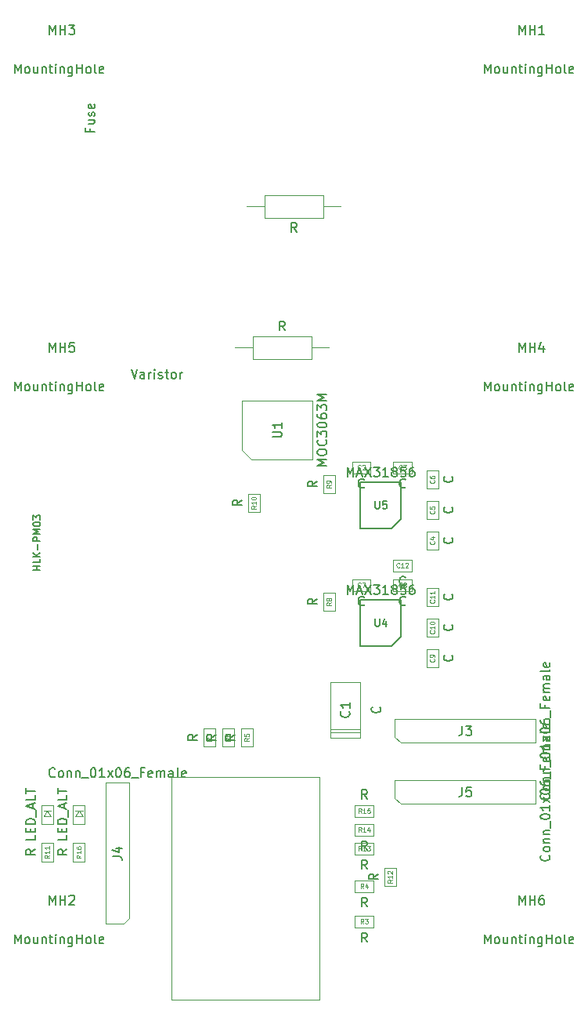
<source format=gbr>
G04 #@! TF.GenerationSoftware,KiCad,Pcbnew,(5.0.1)-4*
G04 #@! TF.CreationDate,2019-02-15T22:12:16-03:00*
G04 #@! TF.ProjectId,reflow,7265666C6F772E6B696361645F706362,rev?*
G04 #@! TF.SameCoordinates,Original*
G04 #@! TF.FileFunction,Other,Fab,Top*
%FSLAX46Y46*%
G04 Gerber Fmt 4.6, Leading zero omitted, Abs format (unit mm)*
G04 Created by KiCad (PCBNEW (5.0.1)-4) date 15/2/2019 22:12:16*
%MOMM*%
%LPD*%
G01*
G04 APERTURE LIST*
%ADD10C,0.100000*%
%ADD11C,0.150000*%
%ADD12C,0.050000*%
%ADD13C,0.075000*%
%ADD14C,0.127000*%
G04 APERTURE END LIST*
D10*
G04 #@! TO.C,C11*
X165496000Y-86344000D02*
X165496000Y-84344000D01*
X165496000Y-84344000D02*
X166736000Y-84344000D01*
X166736000Y-84344000D02*
X166736000Y-86344000D01*
X166736000Y-86344000D02*
X165496000Y-86344000D01*
G04 #@! TO.C,C7*
X157430000Y-84694000D02*
X157430000Y-83454000D01*
X159430000Y-84694000D02*
X157430000Y-84694000D01*
X159430000Y-83454000D02*
X159430000Y-84694000D01*
X157430000Y-83454000D02*
X159430000Y-83454000D01*
G04 #@! TO.C,C8*
X161880000Y-83454000D02*
X163880000Y-83454000D01*
X163880000Y-83454000D02*
X163880000Y-84694000D01*
X163880000Y-84694000D02*
X161880000Y-84694000D01*
X161880000Y-84694000D02*
X161880000Y-83454000D01*
G04 #@! TO.C,C9*
X166736000Y-92948000D02*
X165496000Y-92948000D01*
X166736000Y-90948000D02*
X166736000Y-92948000D01*
X165496000Y-90948000D02*
X166736000Y-90948000D01*
X165496000Y-92948000D02*
X165496000Y-90948000D01*
D11*
G04 #@! TO.C,U4*
X162728000Y-89638000D02*
X161728000Y-90638000D01*
X162728000Y-85638000D02*
X162728000Y-89638000D01*
X158328000Y-85638000D02*
X162728000Y-85638000D01*
X158328000Y-90638000D02*
X158328000Y-85638000D01*
X161728000Y-90638000D02*
X158328000Y-90638000D01*
D10*
G04 #@! TO.C,C10*
X166736000Y-89646000D02*
X165496000Y-89646000D01*
X166736000Y-87646000D02*
X166736000Y-89646000D01*
X165496000Y-87646000D02*
X166736000Y-87646000D01*
X165496000Y-89646000D02*
X165496000Y-87646000D01*
G04 #@! TO.C,J4*
X133350000Y-120015000D02*
X132715000Y-120650000D01*
X133350000Y-105410000D02*
X133350000Y-120015000D01*
X130810000Y-105410000D02*
X133350000Y-105410000D01*
X130810000Y-120650000D02*
X130810000Y-105410000D01*
X132715000Y-120650000D02*
X130810000Y-120650000D01*
D12*
G04 #@! TO.C,U3*
X137908000Y-128796000D02*
X137908000Y-104796000D01*
X137916000Y-104796000D02*
X153916000Y-104796000D01*
X153916000Y-104796000D02*
X153916000Y-128796000D01*
X153916000Y-128796000D02*
X137916000Y-128796000D01*
D10*
G04 #@! TO.C,U1*
X146542000Y-70485000D02*
X145542000Y-69485000D01*
X153162000Y-70485000D02*
X146542000Y-70485000D01*
X153162000Y-64135000D02*
X153162000Y-70485000D01*
X145542000Y-64135000D02*
X153162000Y-64135000D01*
X145542000Y-69485000D02*
X145542000Y-64135000D01*
G04 #@! TO.C,R1*
X144780000Y-58420000D02*
X146710000Y-58420000D01*
X154940000Y-58420000D02*
X153010000Y-58420000D01*
X146710000Y-59670000D02*
X153010000Y-59670000D01*
X146710000Y-57170000D02*
X146710000Y-59670000D01*
X153010000Y-57170000D02*
X146710000Y-57170000D01*
X153010000Y-59670000D02*
X153010000Y-57170000D01*
G04 #@! TO.C,R2*
X147980000Y-41930000D02*
X147980000Y-44430000D01*
X147980000Y-44430000D02*
X154280000Y-44430000D01*
X154280000Y-44430000D02*
X154280000Y-41930000D01*
X154280000Y-41930000D02*
X147980000Y-41930000D01*
X146050000Y-43180000D02*
X147980000Y-43180000D01*
X156210000Y-43180000D02*
X154280000Y-43180000D01*
G04 #@! TO.C,J3*
X162687000Y-101092000D02*
X162052000Y-100457000D01*
X177292000Y-101092000D02*
X162687000Y-101092000D01*
X177292000Y-98552000D02*
X177292000Y-101092000D01*
X162052000Y-98552000D02*
X177292000Y-98552000D01*
X162052000Y-100457000D02*
X162052000Y-98552000D01*
G04 #@! TO.C,C1*
X155118000Y-99636000D02*
X158318000Y-99636000D01*
X155118000Y-99936000D02*
X158318000Y-99936000D01*
X155118000Y-94536000D02*
X155118000Y-100536000D01*
X158318000Y-94536000D02*
X155118000Y-94536000D01*
X158318000Y-100536000D02*
X158318000Y-94536000D01*
X155118000Y-100536000D02*
X158318000Y-100536000D01*
G04 #@! TO.C,J5*
X162687000Y-107696000D02*
X162052000Y-107061000D01*
X177292000Y-107696000D02*
X162687000Y-107696000D01*
X177292000Y-105156000D02*
X177292000Y-107696000D01*
X162052000Y-105156000D02*
X177292000Y-105156000D01*
X162052000Y-107061000D02*
X162052000Y-105156000D01*
D11*
G04 #@! TO.C,U5*
X161728000Y-77938000D02*
X158328000Y-77938000D01*
X158328000Y-77938000D02*
X158328000Y-72938000D01*
X158328000Y-72938000D02*
X162728000Y-72938000D01*
X162728000Y-72938000D02*
X162728000Y-76938000D01*
X162728000Y-76938000D02*
X161728000Y-77938000D01*
D10*
G04 #@! TO.C,C2*
X157430000Y-70754000D02*
X159430000Y-70754000D01*
X159430000Y-70754000D02*
X159430000Y-71994000D01*
X159430000Y-71994000D02*
X157430000Y-71994000D01*
X157430000Y-71994000D02*
X157430000Y-70754000D01*
G04 #@! TO.C,C3*
X161880000Y-71994000D02*
X161880000Y-70754000D01*
X163880000Y-71994000D02*
X161880000Y-71994000D01*
X163880000Y-70754000D02*
X163880000Y-71994000D01*
X161880000Y-70754000D02*
X163880000Y-70754000D01*
G04 #@! TO.C,C4*
X165496000Y-80248000D02*
X165496000Y-78248000D01*
X165496000Y-78248000D02*
X166736000Y-78248000D01*
X166736000Y-78248000D02*
X166736000Y-80248000D01*
X166736000Y-80248000D02*
X165496000Y-80248000D01*
G04 #@! TO.C,C5*
X165496000Y-76946000D02*
X165496000Y-74946000D01*
X165496000Y-74946000D02*
X166736000Y-74946000D01*
X166736000Y-74946000D02*
X166736000Y-76946000D01*
X166736000Y-76946000D02*
X165496000Y-76946000D01*
G04 #@! TO.C,C6*
X166736000Y-73644000D02*
X165496000Y-73644000D01*
X166736000Y-71644000D02*
X166736000Y-73644000D01*
X165496000Y-71644000D02*
X166736000Y-71644000D01*
X165496000Y-73644000D02*
X165496000Y-71644000D01*
G04 #@! TO.C,R3*
X157750000Y-119776000D02*
X159750000Y-119776000D01*
X159750000Y-119776000D02*
X159750000Y-121016000D01*
X159750000Y-121016000D02*
X157750000Y-121016000D01*
X157750000Y-121016000D02*
X157750000Y-119776000D01*
G04 #@! TO.C,R4*
X157750000Y-117206000D02*
X157750000Y-115966000D01*
X159750000Y-117206000D02*
X157750000Y-117206000D01*
X159750000Y-115966000D02*
X159750000Y-117206000D01*
X157750000Y-115966000D02*
X159750000Y-115966000D01*
G04 #@! TO.C,R5*
X146670000Y-99504000D02*
X146670000Y-101504000D01*
X146670000Y-101504000D02*
X145430000Y-101504000D01*
X145430000Y-101504000D02*
X145430000Y-99504000D01*
X145430000Y-99504000D02*
X146670000Y-99504000D01*
G04 #@! TO.C,R6*
X143398000Y-99504000D02*
X144638000Y-99504000D01*
X143398000Y-101504000D02*
X143398000Y-99504000D01*
X144638000Y-101504000D02*
X143398000Y-101504000D01*
X144638000Y-99504000D02*
X144638000Y-101504000D01*
G04 #@! TO.C,R7*
X142606000Y-99504000D02*
X142606000Y-101504000D01*
X142606000Y-101504000D02*
X141366000Y-101504000D01*
X141366000Y-101504000D02*
X141366000Y-99504000D01*
X141366000Y-99504000D02*
X142606000Y-99504000D01*
G04 #@! TO.C,R12*
X160924000Y-114570000D02*
X162164000Y-114570000D01*
X160924000Y-116570000D02*
X160924000Y-114570000D01*
X162164000Y-116570000D02*
X160924000Y-116570000D01*
X162164000Y-114570000D02*
X162164000Y-116570000D01*
G04 #@! TO.C,R13*
X157750000Y-111902000D02*
X159750000Y-111902000D01*
X159750000Y-111902000D02*
X159750000Y-113142000D01*
X159750000Y-113142000D02*
X157750000Y-113142000D01*
X157750000Y-113142000D02*
X157750000Y-111902000D01*
G04 #@! TO.C,R14*
X157750000Y-111110000D02*
X157750000Y-109870000D01*
X159750000Y-111110000D02*
X157750000Y-111110000D01*
X159750000Y-109870000D02*
X159750000Y-111110000D01*
X157750000Y-109870000D02*
X159750000Y-109870000D01*
G04 #@! TO.C,R15*
X159750000Y-109078000D02*
X157750000Y-109078000D01*
X157750000Y-109078000D02*
X157750000Y-107838000D01*
X157750000Y-107838000D02*
X159750000Y-107838000D01*
X159750000Y-107838000D02*
X159750000Y-109078000D01*
G04 #@! TO.C,R8*
X155560000Y-84852000D02*
X155560000Y-86852000D01*
X155560000Y-86852000D02*
X154320000Y-86852000D01*
X154320000Y-86852000D02*
X154320000Y-84852000D01*
X154320000Y-84852000D02*
X155560000Y-84852000D01*
G04 #@! TO.C,R9*
X154320000Y-72152000D02*
X155560000Y-72152000D01*
X154320000Y-74152000D02*
X154320000Y-72152000D01*
X155560000Y-74152000D02*
X154320000Y-74152000D01*
X155560000Y-72152000D02*
X155560000Y-74152000D01*
G04 #@! TO.C,R10*
X147432000Y-74184000D02*
X147432000Y-76184000D01*
X147432000Y-76184000D02*
X146192000Y-76184000D01*
X146192000Y-76184000D02*
X146192000Y-74184000D01*
X146192000Y-74184000D02*
X147432000Y-74184000D01*
G04 #@! TO.C,R11*
X125080000Y-111903000D02*
X125080000Y-113903000D01*
X125080000Y-113903000D02*
X123840000Y-113903000D01*
X123840000Y-113903000D02*
X123840000Y-111903000D01*
X123840000Y-111903000D02*
X125080000Y-111903000D01*
G04 #@! TO.C,R16*
X127269000Y-111903000D02*
X128509000Y-111903000D01*
X127269000Y-113903000D02*
X127269000Y-111903000D01*
X128509000Y-113903000D02*
X127269000Y-113903000D01*
X128509000Y-111903000D02*
X128509000Y-113903000D01*
G04 #@! TO.C,D2*
X124860000Y-108439000D02*
X124060000Y-108439000D01*
X124460000Y-108439000D02*
X124860000Y-109039000D01*
X124060000Y-109039000D02*
X124460000Y-108439000D01*
X124860000Y-109039000D02*
X124060000Y-109039000D01*
X123840000Y-107839000D02*
X125080000Y-107839000D01*
X123840000Y-109839000D02*
X123840000Y-107839000D01*
X125080000Y-109839000D02*
X123840000Y-109839000D01*
X125080000Y-107839000D02*
X125080000Y-109839000D01*
G04 #@! TO.C,D3*
X128509000Y-107839000D02*
X128509000Y-109839000D01*
X128509000Y-109839000D02*
X127269000Y-109839000D01*
X127269000Y-109839000D02*
X127269000Y-107839000D01*
X127269000Y-107839000D02*
X128509000Y-107839000D01*
X128289000Y-109039000D02*
X127489000Y-109039000D01*
X127489000Y-109039000D02*
X127889000Y-108439000D01*
X127889000Y-108439000D02*
X128289000Y-109039000D01*
X128289000Y-108439000D02*
X127489000Y-108439000D01*
G04 #@! TO.C,C12*
X161864800Y-81320400D02*
X163864800Y-81320400D01*
X163864800Y-81320400D02*
X163864800Y-82560400D01*
X163864800Y-82560400D02*
X161864800Y-82560400D01*
X161864800Y-82560400D02*
X161864800Y-81320400D01*
G04 #@! TD*
G04 #@! TO.C,C11*
D11*
X168223142Y-85034476D02*
X168270761Y-85082095D01*
X168318380Y-85224952D01*
X168318380Y-85320190D01*
X168270761Y-85463047D01*
X168175523Y-85558285D01*
X168080285Y-85605904D01*
X167889809Y-85653523D01*
X167746952Y-85653523D01*
X167556476Y-85605904D01*
X167461238Y-85558285D01*
X167366000Y-85463047D01*
X167318380Y-85320190D01*
X167318380Y-85224952D01*
X167366000Y-85082095D01*
X167413619Y-85034476D01*
D13*
X166294571Y-85665428D02*
X166318380Y-85689238D01*
X166342190Y-85760666D01*
X166342190Y-85808285D01*
X166318380Y-85879714D01*
X166270761Y-85927333D01*
X166223142Y-85951142D01*
X166127904Y-85974952D01*
X166056476Y-85974952D01*
X165961238Y-85951142D01*
X165913619Y-85927333D01*
X165866000Y-85879714D01*
X165842190Y-85808285D01*
X165842190Y-85760666D01*
X165866000Y-85689238D01*
X165889809Y-85665428D01*
X166342190Y-85189238D02*
X166342190Y-85474952D01*
X166342190Y-85332095D02*
X165842190Y-85332095D01*
X165913619Y-85379714D01*
X165961238Y-85427333D01*
X165985047Y-85474952D01*
X166342190Y-84713047D02*
X166342190Y-84998761D01*
X166342190Y-84855904D02*
X165842190Y-84855904D01*
X165913619Y-84903523D01*
X165961238Y-84951142D01*
X165985047Y-84998761D01*
G04 #@! TO.C,C7*
D11*
X158739523Y-86181142D02*
X158691904Y-86228761D01*
X158549047Y-86276380D01*
X158453809Y-86276380D01*
X158310952Y-86228761D01*
X158215714Y-86133523D01*
X158168095Y-86038285D01*
X158120476Y-85847809D01*
X158120476Y-85704952D01*
X158168095Y-85514476D01*
X158215714Y-85419238D01*
X158310952Y-85324000D01*
X158453809Y-85276380D01*
X158549047Y-85276380D01*
X158691904Y-85324000D01*
X158739523Y-85371619D01*
D13*
X158346666Y-84252571D02*
X158322857Y-84276380D01*
X158251428Y-84300190D01*
X158203809Y-84300190D01*
X158132380Y-84276380D01*
X158084761Y-84228761D01*
X158060952Y-84181142D01*
X158037142Y-84085904D01*
X158037142Y-84014476D01*
X158060952Y-83919238D01*
X158084761Y-83871619D01*
X158132380Y-83824000D01*
X158203809Y-83800190D01*
X158251428Y-83800190D01*
X158322857Y-83824000D01*
X158346666Y-83847809D01*
X158513333Y-83800190D02*
X158846666Y-83800190D01*
X158632380Y-84300190D01*
G04 #@! TO.C,C8*
D11*
X163189523Y-86181142D02*
X163141904Y-86228761D01*
X162999047Y-86276380D01*
X162903809Y-86276380D01*
X162760952Y-86228761D01*
X162665714Y-86133523D01*
X162618095Y-86038285D01*
X162570476Y-85847809D01*
X162570476Y-85704952D01*
X162618095Y-85514476D01*
X162665714Y-85419238D01*
X162760952Y-85324000D01*
X162903809Y-85276380D01*
X162999047Y-85276380D01*
X163141904Y-85324000D01*
X163189523Y-85371619D01*
D13*
X162796666Y-84252571D02*
X162772857Y-84276380D01*
X162701428Y-84300190D01*
X162653809Y-84300190D01*
X162582380Y-84276380D01*
X162534761Y-84228761D01*
X162510952Y-84181142D01*
X162487142Y-84085904D01*
X162487142Y-84014476D01*
X162510952Y-83919238D01*
X162534761Y-83871619D01*
X162582380Y-83824000D01*
X162653809Y-83800190D01*
X162701428Y-83800190D01*
X162772857Y-83824000D01*
X162796666Y-83847809D01*
X163082380Y-84014476D02*
X163034761Y-83990666D01*
X163010952Y-83966857D01*
X162987142Y-83919238D01*
X162987142Y-83895428D01*
X163010952Y-83847809D01*
X163034761Y-83824000D01*
X163082380Y-83800190D01*
X163177619Y-83800190D01*
X163225238Y-83824000D01*
X163249047Y-83847809D01*
X163272857Y-83895428D01*
X163272857Y-83919238D01*
X163249047Y-83966857D01*
X163225238Y-83990666D01*
X163177619Y-84014476D01*
X163082380Y-84014476D01*
X163034761Y-84038285D01*
X163010952Y-84062095D01*
X162987142Y-84109714D01*
X162987142Y-84204952D01*
X163010952Y-84252571D01*
X163034761Y-84276380D01*
X163082380Y-84300190D01*
X163177619Y-84300190D01*
X163225238Y-84276380D01*
X163249047Y-84252571D01*
X163272857Y-84204952D01*
X163272857Y-84109714D01*
X163249047Y-84062095D01*
X163225238Y-84038285D01*
X163177619Y-84014476D01*
G04 #@! TO.C,C9*
D11*
X168223142Y-91638476D02*
X168270761Y-91686095D01*
X168318380Y-91828952D01*
X168318380Y-91924190D01*
X168270761Y-92067047D01*
X168175523Y-92162285D01*
X168080285Y-92209904D01*
X167889809Y-92257523D01*
X167746952Y-92257523D01*
X167556476Y-92209904D01*
X167461238Y-92162285D01*
X167366000Y-92067047D01*
X167318380Y-91924190D01*
X167318380Y-91828952D01*
X167366000Y-91686095D01*
X167413619Y-91638476D01*
D13*
X166294571Y-92031333D02*
X166318380Y-92055142D01*
X166342190Y-92126571D01*
X166342190Y-92174190D01*
X166318380Y-92245619D01*
X166270761Y-92293238D01*
X166223142Y-92317047D01*
X166127904Y-92340857D01*
X166056476Y-92340857D01*
X165961238Y-92317047D01*
X165913619Y-92293238D01*
X165866000Y-92245619D01*
X165842190Y-92174190D01*
X165842190Y-92126571D01*
X165866000Y-92055142D01*
X165889809Y-92031333D01*
X166342190Y-91793238D02*
X166342190Y-91698000D01*
X166318380Y-91650380D01*
X166294571Y-91626571D01*
X166223142Y-91578952D01*
X166127904Y-91555142D01*
X165937428Y-91555142D01*
X165889809Y-91578952D01*
X165866000Y-91602761D01*
X165842190Y-91650380D01*
X165842190Y-91745619D01*
X165866000Y-91793238D01*
X165889809Y-91817047D01*
X165937428Y-91840857D01*
X166056476Y-91840857D01*
X166104095Y-91817047D01*
X166127904Y-91793238D01*
X166151714Y-91745619D01*
X166151714Y-91650380D01*
X166127904Y-91602761D01*
X166104095Y-91578952D01*
X166056476Y-91555142D01*
G04 #@! TO.C,U4*
D11*
X156908952Y-85040380D02*
X156908952Y-84040380D01*
X157242285Y-84754666D01*
X157575619Y-84040380D01*
X157575619Y-85040380D01*
X158004190Y-84754666D02*
X158480380Y-84754666D01*
X157908952Y-85040380D02*
X158242285Y-84040380D01*
X158575619Y-85040380D01*
X158813714Y-84040380D02*
X159480380Y-85040380D01*
X159480380Y-84040380D02*
X158813714Y-85040380D01*
X159766095Y-84040380D02*
X160385142Y-84040380D01*
X160051809Y-84421333D01*
X160194666Y-84421333D01*
X160289904Y-84468952D01*
X160337523Y-84516571D01*
X160385142Y-84611809D01*
X160385142Y-84849904D01*
X160337523Y-84945142D01*
X160289904Y-84992761D01*
X160194666Y-85040380D01*
X159908952Y-85040380D01*
X159813714Y-84992761D01*
X159766095Y-84945142D01*
X161337523Y-85040380D02*
X160766095Y-85040380D01*
X161051809Y-85040380D02*
X161051809Y-84040380D01*
X160956571Y-84183238D01*
X160861333Y-84278476D01*
X160766095Y-84326095D01*
X161908952Y-84468952D02*
X161813714Y-84421333D01*
X161766095Y-84373714D01*
X161718476Y-84278476D01*
X161718476Y-84230857D01*
X161766095Y-84135619D01*
X161813714Y-84088000D01*
X161908952Y-84040380D01*
X162099428Y-84040380D01*
X162194666Y-84088000D01*
X162242285Y-84135619D01*
X162289904Y-84230857D01*
X162289904Y-84278476D01*
X162242285Y-84373714D01*
X162194666Y-84421333D01*
X162099428Y-84468952D01*
X161908952Y-84468952D01*
X161813714Y-84516571D01*
X161766095Y-84564190D01*
X161718476Y-84659428D01*
X161718476Y-84849904D01*
X161766095Y-84945142D01*
X161813714Y-84992761D01*
X161908952Y-85040380D01*
X162099428Y-85040380D01*
X162194666Y-84992761D01*
X162242285Y-84945142D01*
X162289904Y-84849904D01*
X162289904Y-84659428D01*
X162242285Y-84564190D01*
X162194666Y-84516571D01*
X162099428Y-84468952D01*
X163194666Y-84040380D02*
X162718476Y-84040380D01*
X162670857Y-84516571D01*
X162718476Y-84468952D01*
X162813714Y-84421333D01*
X163051809Y-84421333D01*
X163147047Y-84468952D01*
X163194666Y-84516571D01*
X163242285Y-84611809D01*
X163242285Y-84849904D01*
X163194666Y-84945142D01*
X163147047Y-84992761D01*
X163051809Y-85040380D01*
X162813714Y-85040380D01*
X162718476Y-84992761D01*
X162670857Y-84945142D01*
X164099428Y-84040380D02*
X163908952Y-84040380D01*
X163813714Y-84088000D01*
X163766095Y-84135619D01*
X163670857Y-84278476D01*
X163623238Y-84468952D01*
X163623238Y-84849904D01*
X163670857Y-84945142D01*
X163718476Y-84992761D01*
X163813714Y-85040380D01*
X164004190Y-85040380D01*
X164099428Y-84992761D01*
X164147047Y-84945142D01*
X164194666Y-84849904D01*
X164194666Y-84611809D01*
X164147047Y-84516571D01*
X164099428Y-84468952D01*
X164004190Y-84421333D01*
X163813714Y-84421333D01*
X163718476Y-84468952D01*
X163670857Y-84516571D01*
X163623238Y-84611809D01*
X159918476Y-87699904D02*
X159918476Y-88347523D01*
X159956571Y-88423714D01*
X159994666Y-88461809D01*
X160070857Y-88499904D01*
X160223238Y-88499904D01*
X160299428Y-88461809D01*
X160337523Y-88423714D01*
X160375619Y-88347523D01*
X160375619Y-87699904D01*
X161099428Y-87966571D02*
X161099428Y-88499904D01*
X160908952Y-87661809D02*
X160718476Y-88233238D01*
X161213714Y-88233238D01*
G04 #@! TO.C,C10*
X168223142Y-88336476D02*
X168270761Y-88384095D01*
X168318380Y-88526952D01*
X168318380Y-88622190D01*
X168270761Y-88765047D01*
X168175523Y-88860285D01*
X168080285Y-88907904D01*
X167889809Y-88955523D01*
X167746952Y-88955523D01*
X167556476Y-88907904D01*
X167461238Y-88860285D01*
X167366000Y-88765047D01*
X167318380Y-88622190D01*
X167318380Y-88526952D01*
X167366000Y-88384095D01*
X167413619Y-88336476D01*
D13*
X166294571Y-88967428D02*
X166318380Y-88991238D01*
X166342190Y-89062666D01*
X166342190Y-89110285D01*
X166318380Y-89181714D01*
X166270761Y-89229333D01*
X166223142Y-89253142D01*
X166127904Y-89276952D01*
X166056476Y-89276952D01*
X165961238Y-89253142D01*
X165913619Y-89229333D01*
X165866000Y-89181714D01*
X165842190Y-89110285D01*
X165842190Y-89062666D01*
X165866000Y-88991238D01*
X165889809Y-88967428D01*
X166342190Y-88491238D02*
X166342190Y-88776952D01*
X166342190Y-88634095D02*
X165842190Y-88634095D01*
X165913619Y-88681714D01*
X165961238Y-88729333D01*
X165985047Y-88776952D01*
X165842190Y-88181714D02*
X165842190Y-88134095D01*
X165866000Y-88086476D01*
X165889809Y-88062666D01*
X165937428Y-88038857D01*
X166032666Y-88015047D01*
X166151714Y-88015047D01*
X166246952Y-88038857D01*
X166294571Y-88062666D01*
X166318380Y-88086476D01*
X166342190Y-88134095D01*
X166342190Y-88181714D01*
X166318380Y-88229333D01*
X166294571Y-88253142D01*
X166246952Y-88276952D01*
X166151714Y-88300761D01*
X166032666Y-88300761D01*
X165937428Y-88276952D01*
X165889809Y-88253142D01*
X165866000Y-88229333D01*
X165842190Y-88181714D01*
G04 #@! TO.C,J4*
D11*
X125294285Y-104707142D02*
X125246666Y-104754761D01*
X125103809Y-104802380D01*
X125008571Y-104802380D01*
X124865714Y-104754761D01*
X124770476Y-104659523D01*
X124722857Y-104564285D01*
X124675238Y-104373809D01*
X124675238Y-104230952D01*
X124722857Y-104040476D01*
X124770476Y-103945238D01*
X124865714Y-103850000D01*
X125008571Y-103802380D01*
X125103809Y-103802380D01*
X125246666Y-103850000D01*
X125294285Y-103897619D01*
X125865714Y-104802380D02*
X125770476Y-104754761D01*
X125722857Y-104707142D01*
X125675238Y-104611904D01*
X125675238Y-104326190D01*
X125722857Y-104230952D01*
X125770476Y-104183333D01*
X125865714Y-104135714D01*
X126008571Y-104135714D01*
X126103809Y-104183333D01*
X126151428Y-104230952D01*
X126199047Y-104326190D01*
X126199047Y-104611904D01*
X126151428Y-104707142D01*
X126103809Y-104754761D01*
X126008571Y-104802380D01*
X125865714Y-104802380D01*
X126627619Y-104135714D02*
X126627619Y-104802380D01*
X126627619Y-104230952D02*
X126675238Y-104183333D01*
X126770476Y-104135714D01*
X126913333Y-104135714D01*
X127008571Y-104183333D01*
X127056190Y-104278571D01*
X127056190Y-104802380D01*
X127532380Y-104135714D02*
X127532380Y-104802380D01*
X127532380Y-104230952D02*
X127580000Y-104183333D01*
X127675238Y-104135714D01*
X127818095Y-104135714D01*
X127913333Y-104183333D01*
X127960952Y-104278571D01*
X127960952Y-104802380D01*
X128199047Y-104897619D02*
X128960952Y-104897619D01*
X129389523Y-103802380D02*
X129484761Y-103802380D01*
X129580000Y-103850000D01*
X129627619Y-103897619D01*
X129675238Y-103992857D01*
X129722857Y-104183333D01*
X129722857Y-104421428D01*
X129675238Y-104611904D01*
X129627619Y-104707142D01*
X129580000Y-104754761D01*
X129484761Y-104802380D01*
X129389523Y-104802380D01*
X129294285Y-104754761D01*
X129246666Y-104707142D01*
X129199047Y-104611904D01*
X129151428Y-104421428D01*
X129151428Y-104183333D01*
X129199047Y-103992857D01*
X129246666Y-103897619D01*
X129294285Y-103850000D01*
X129389523Y-103802380D01*
X130675238Y-104802380D02*
X130103809Y-104802380D01*
X130389523Y-104802380D02*
X130389523Y-103802380D01*
X130294285Y-103945238D01*
X130199047Y-104040476D01*
X130103809Y-104088095D01*
X131008571Y-104802380D02*
X131532380Y-104135714D01*
X131008571Y-104135714D02*
X131532380Y-104802380D01*
X132103809Y-103802380D02*
X132199047Y-103802380D01*
X132294285Y-103850000D01*
X132341904Y-103897619D01*
X132389523Y-103992857D01*
X132437142Y-104183333D01*
X132437142Y-104421428D01*
X132389523Y-104611904D01*
X132341904Y-104707142D01*
X132294285Y-104754761D01*
X132199047Y-104802380D01*
X132103809Y-104802380D01*
X132008571Y-104754761D01*
X131960952Y-104707142D01*
X131913333Y-104611904D01*
X131865714Y-104421428D01*
X131865714Y-104183333D01*
X131913333Y-103992857D01*
X131960952Y-103897619D01*
X132008571Y-103850000D01*
X132103809Y-103802380D01*
X133294285Y-103802380D02*
X133103809Y-103802380D01*
X133008571Y-103850000D01*
X132960952Y-103897619D01*
X132865714Y-104040476D01*
X132818095Y-104230952D01*
X132818095Y-104611904D01*
X132865714Y-104707142D01*
X132913333Y-104754761D01*
X133008571Y-104802380D01*
X133199047Y-104802380D01*
X133294285Y-104754761D01*
X133341904Y-104707142D01*
X133389523Y-104611904D01*
X133389523Y-104373809D01*
X133341904Y-104278571D01*
X133294285Y-104230952D01*
X133199047Y-104183333D01*
X133008571Y-104183333D01*
X132913333Y-104230952D01*
X132865714Y-104278571D01*
X132818095Y-104373809D01*
X133580000Y-104897619D02*
X134341904Y-104897619D01*
X134913333Y-104278571D02*
X134580000Y-104278571D01*
X134580000Y-104802380D02*
X134580000Y-103802380D01*
X135056190Y-103802380D01*
X135818095Y-104754761D02*
X135722857Y-104802380D01*
X135532380Y-104802380D01*
X135437142Y-104754761D01*
X135389523Y-104659523D01*
X135389523Y-104278571D01*
X135437142Y-104183333D01*
X135532380Y-104135714D01*
X135722857Y-104135714D01*
X135818095Y-104183333D01*
X135865714Y-104278571D01*
X135865714Y-104373809D01*
X135389523Y-104469047D01*
X136294285Y-104802380D02*
X136294285Y-104135714D01*
X136294285Y-104230952D02*
X136341904Y-104183333D01*
X136437142Y-104135714D01*
X136580000Y-104135714D01*
X136675238Y-104183333D01*
X136722857Y-104278571D01*
X136722857Y-104802380D01*
X136722857Y-104278571D02*
X136770476Y-104183333D01*
X136865714Y-104135714D01*
X137008571Y-104135714D01*
X137103809Y-104183333D01*
X137151428Y-104278571D01*
X137151428Y-104802380D01*
X138056190Y-104802380D02*
X138056190Y-104278571D01*
X138008571Y-104183333D01*
X137913333Y-104135714D01*
X137722857Y-104135714D01*
X137627619Y-104183333D01*
X138056190Y-104754761D02*
X137960952Y-104802380D01*
X137722857Y-104802380D01*
X137627619Y-104754761D01*
X137580000Y-104659523D01*
X137580000Y-104564285D01*
X137627619Y-104469047D01*
X137722857Y-104421428D01*
X137960952Y-104421428D01*
X138056190Y-104373809D01*
X138675238Y-104802380D02*
X138580000Y-104754761D01*
X138532380Y-104659523D01*
X138532380Y-103802380D01*
X139437142Y-104754761D02*
X139341904Y-104802380D01*
X139151428Y-104802380D01*
X139056190Y-104754761D01*
X139008571Y-104659523D01*
X139008571Y-104278571D01*
X139056190Y-104183333D01*
X139151428Y-104135714D01*
X139341904Y-104135714D01*
X139437142Y-104183333D01*
X139484761Y-104278571D01*
X139484761Y-104373809D01*
X139008571Y-104469047D01*
X131532380Y-113363333D02*
X132246666Y-113363333D01*
X132389523Y-113410952D01*
X132484761Y-113506190D01*
X132532380Y-113649047D01*
X132532380Y-113744285D01*
X131865714Y-112458571D02*
X132532380Y-112458571D01*
X131484761Y-112696666D02*
X132199047Y-112934761D01*
X132199047Y-112315714D01*
G04 #@! TO.C,U1*
X154674380Y-71143333D02*
X153674380Y-71143333D01*
X154388666Y-70810000D01*
X153674380Y-70476666D01*
X154674380Y-70476666D01*
X153674380Y-69810000D02*
X153674380Y-69619523D01*
X153722000Y-69524285D01*
X153817238Y-69429047D01*
X154007714Y-69381428D01*
X154341047Y-69381428D01*
X154531523Y-69429047D01*
X154626761Y-69524285D01*
X154674380Y-69619523D01*
X154674380Y-69810000D01*
X154626761Y-69905238D01*
X154531523Y-70000476D01*
X154341047Y-70048095D01*
X154007714Y-70048095D01*
X153817238Y-70000476D01*
X153722000Y-69905238D01*
X153674380Y-69810000D01*
X154579142Y-68381428D02*
X154626761Y-68429047D01*
X154674380Y-68571904D01*
X154674380Y-68667142D01*
X154626761Y-68810000D01*
X154531523Y-68905238D01*
X154436285Y-68952857D01*
X154245809Y-69000476D01*
X154102952Y-69000476D01*
X153912476Y-68952857D01*
X153817238Y-68905238D01*
X153722000Y-68810000D01*
X153674380Y-68667142D01*
X153674380Y-68571904D01*
X153722000Y-68429047D01*
X153769619Y-68381428D01*
X153674380Y-68048095D02*
X153674380Y-67429047D01*
X154055333Y-67762380D01*
X154055333Y-67619523D01*
X154102952Y-67524285D01*
X154150571Y-67476666D01*
X154245809Y-67429047D01*
X154483904Y-67429047D01*
X154579142Y-67476666D01*
X154626761Y-67524285D01*
X154674380Y-67619523D01*
X154674380Y-67905238D01*
X154626761Y-68000476D01*
X154579142Y-68048095D01*
X153674380Y-66810000D02*
X153674380Y-66714761D01*
X153722000Y-66619523D01*
X153769619Y-66571904D01*
X153864857Y-66524285D01*
X154055333Y-66476666D01*
X154293428Y-66476666D01*
X154483904Y-66524285D01*
X154579142Y-66571904D01*
X154626761Y-66619523D01*
X154674380Y-66714761D01*
X154674380Y-66810000D01*
X154626761Y-66905238D01*
X154579142Y-66952857D01*
X154483904Y-67000476D01*
X154293428Y-67048095D01*
X154055333Y-67048095D01*
X153864857Y-67000476D01*
X153769619Y-66952857D01*
X153722000Y-66905238D01*
X153674380Y-66810000D01*
X153674380Y-65619523D02*
X153674380Y-65810000D01*
X153722000Y-65905238D01*
X153769619Y-65952857D01*
X153912476Y-66048095D01*
X154102952Y-66095714D01*
X154483904Y-66095714D01*
X154579142Y-66048095D01*
X154626761Y-66000476D01*
X154674380Y-65905238D01*
X154674380Y-65714761D01*
X154626761Y-65619523D01*
X154579142Y-65571904D01*
X154483904Y-65524285D01*
X154245809Y-65524285D01*
X154150571Y-65571904D01*
X154102952Y-65619523D01*
X154055333Y-65714761D01*
X154055333Y-65905238D01*
X154102952Y-66000476D01*
X154150571Y-66048095D01*
X154245809Y-66095714D01*
X153674380Y-65190952D02*
X153674380Y-64571904D01*
X154055333Y-64905238D01*
X154055333Y-64762380D01*
X154102952Y-64667142D01*
X154150571Y-64619523D01*
X154245809Y-64571904D01*
X154483904Y-64571904D01*
X154579142Y-64619523D01*
X154626761Y-64667142D01*
X154674380Y-64762380D01*
X154674380Y-65048095D01*
X154626761Y-65143333D01*
X154579142Y-65190952D01*
X154674380Y-64143333D02*
X153674380Y-64143333D01*
X154388666Y-63810000D01*
X153674380Y-63476666D01*
X154674380Y-63476666D01*
X148804380Y-68071904D02*
X149613904Y-68071904D01*
X149709142Y-68024285D01*
X149756761Y-67976666D01*
X149804380Y-67881428D01*
X149804380Y-67690952D01*
X149756761Y-67595714D01*
X149709142Y-67548095D01*
X149613904Y-67500476D01*
X148804380Y-67500476D01*
X149804380Y-66500476D02*
X149804380Y-67071904D01*
X149804380Y-66786190D02*
X148804380Y-66786190D01*
X148947238Y-66881428D01*
X149042476Y-66976666D01*
X149090095Y-67071904D01*
G04 #@! TO.C,R1*
X150169523Y-56562380D02*
X149836190Y-56086190D01*
X149598095Y-56562380D02*
X149598095Y-55562380D01*
X149979047Y-55562380D01*
X150074285Y-55610000D01*
X150121904Y-55657619D01*
X150169523Y-55752857D01*
X150169523Y-55895714D01*
X150121904Y-55990952D01*
X150074285Y-56038571D01*
X149979047Y-56086190D01*
X149598095Y-56086190D01*
G04 #@! TO.C,R2*
X151439523Y-45942380D02*
X151106190Y-45466190D01*
X150868095Y-45942380D02*
X150868095Y-44942380D01*
X151249047Y-44942380D01*
X151344285Y-44990000D01*
X151391904Y-45037619D01*
X151439523Y-45132857D01*
X151439523Y-45275714D01*
X151391904Y-45370952D01*
X151344285Y-45418571D01*
X151249047Y-45466190D01*
X150868095Y-45466190D01*
G04 #@! TO.C,U2*
D14*
X123710714Y-82423000D02*
X122948714Y-82423000D01*
X123311571Y-82423000D02*
X123311571Y-81987571D01*
X123710714Y-81987571D02*
X122948714Y-81987571D01*
X123710714Y-81261857D02*
X123710714Y-81624714D01*
X122948714Y-81624714D01*
X123710714Y-81007857D02*
X122948714Y-81007857D01*
X123710714Y-80572428D02*
X123275285Y-80899000D01*
X122948714Y-80572428D02*
X123384142Y-81007857D01*
X123420428Y-80245857D02*
X123420428Y-79665285D01*
X123710714Y-79302428D02*
X122948714Y-79302428D01*
X122948714Y-79012142D01*
X122985000Y-78939571D01*
X123021285Y-78903285D01*
X123093857Y-78867000D01*
X123202714Y-78867000D01*
X123275285Y-78903285D01*
X123311571Y-78939571D01*
X123347857Y-79012142D01*
X123347857Y-79302428D01*
X123710714Y-78540428D02*
X122948714Y-78540428D01*
X123493000Y-78286428D01*
X122948714Y-78032428D01*
X123710714Y-78032428D01*
X122948714Y-77524428D02*
X122948714Y-77451857D01*
X122985000Y-77379285D01*
X123021285Y-77343000D01*
X123093857Y-77306714D01*
X123239000Y-77270428D01*
X123420428Y-77270428D01*
X123565571Y-77306714D01*
X123638142Y-77343000D01*
X123674428Y-77379285D01*
X123710714Y-77451857D01*
X123710714Y-77524428D01*
X123674428Y-77597000D01*
X123638142Y-77633285D01*
X123565571Y-77669571D01*
X123420428Y-77705857D01*
X123239000Y-77705857D01*
X123093857Y-77669571D01*
X123021285Y-77633285D01*
X122985000Y-77597000D01*
X122948714Y-77524428D01*
X122948714Y-77016428D02*
X122948714Y-76544714D01*
X123239000Y-76798714D01*
X123239000Y-76689857D01*
X123275285Y-76617285D01*
X123311571Y-76581000D01*
X123384142Y-76544714D01*
X123565571Y-76544714D01*
X123638142Y-76581000D01*
X123674428Y-76617285D01*
X123710714Y-76689857D01*
X123710714Y-76907571D01*
X123674428Y-76980142D01*
X123638142Y-77016428D01*
G04 #@! TO.C,J3*
D11*
X178709142Y-106607714D02*
X178756761Y-106655333D01*
X178804380Y-106798190D01*
X178804380Y-106893428D01*
X178756761Y-107036285D01*
X178661523Y-107131523D01*
X178566285Y-107179142D01*
X178375809Y-107226761D01*
X178232952Y-107226761D01*
X178042476Y-107179142D01*
X177947238Y-107131523D01*
X177852000Y-107036285D01*
X177804380Y-106893428D01*
X177804380Y-106798190D01*
X177852000Y-106655333D01*
X177899619Y-106607714D01*
X178804380Y-106036285D02*
X178756761Y-106131523D01*
X178709142Y-106179142D01*
X178613904Y-106226761D01*
X178328190Y-106226761D01*
X178232952Y-106179142D01*
X178185333Y-106131523D01*
X178137714Y-106036285D01*
X178137714Y-105893428D01*
X178185333Y-105798190D01*
X178232952Y-105750571D01*
X178328190Y-105702952D01*
X178613904Y-105702952D01*
X178709142Y-105750571D01*
X178756761Y-105798190D01*
X178804380Y-105893428D01*
X178804380Y-106036285D01*
X178137714Y-105274380D02*
X178804380Y-105274380D01*
X178232952Y-105274380D02*
X178185333Y-105226761D01*
X178137714Y-105131523D01*
X178137714Y-104988666D01*
X178185333Y-104893428D01*
X178280571Y-104845809D01*
X178804380Y-104845809D01*
X178137714Y-104369619D02*
X178804380Y-104369619D01*
X178232952Y-104369619D02*
X178185333Y-104322000D01*
X178137714Y-104226761D01*
X178137714Y-104083904D01*
X178185333Y-103988666D01*
X178280571Y-103941047D01*
X178804380Y-103941047D01*
X178899619Y-103702952D02*
X178899619Y-102941047D01*
X177804380Y-102512476D02*
X177804380Y-102417238D01*
X177852000Y-102322000D01*
X177899619Y-102274380D01*
X177994857Y-102226761D01*
X178185333Y-102179142D01*
X178423428Y-102179142D01*
X178613904Y-102226761D01*
X178709142Y-102274380D01*
X178756761Y-102322000D01*
X178804380Y-102417238D01*
X178804380Y-102512476D01*
X178756761Y-102607714D01*
X178709142Y-102655333D01*
X178613904Y-102702952D01*
X178423428Y-102750571D01*
X178185333Y-102750571D01*
X177994857Y-102702952D01*
X177899619Y-102655333D01*
X177852000Y-102607714D01*
X177804380Y-102512476D01*
X178804380Y-101226761D02*
X178804380Y-101798190D01*
X178804380Y-101512476D02*
X177804380Y-101512476D01*
X177947238Y-101607714D01*
X178042476Y-101702952D01*
X178090095Y-101798190D01*
X178804380Y-100893428D02*
X178137714Y-100369619D01*
X178137714Y-100893428D02*
X178804380Y-100369619D01*
X177804380Y-99798190D02*
X177804380Y-99702952D01*
X177852000Y-99607714D01*
X177899619Y-99560095D01*
X177994857Y-99512476D01*
X178185333Y-99464857D01*
X178423428Y-99464857D01*
X178613904Y-99512476D01*
X178709142Y-99560095D01*
X178756761Y-99607714D01*
X178804380Y-99702952D01*
X178804380Y-99798190D01*
X178756761Y-99893428D01*
X178709142Y-99941047D01*
X178613904Y-99988666D01*
X178423428Y-100036285D01*
X178185333Y-100036285D01*
X177994857Y-99988666D01*
X177899619Y-99941047D01*
X177852000Y-99893428D01*
X177804380Y-99798190D01*
X177804380Y-98607714D02*
X177804380Y-98798190D01*
X177852000Y-98893428D01*
X177899619Y-98941047D01*
X178042476Y-99036285D01*
X178232952Y-99083904D01*
X178613904Y-99083904D01*
X178709142Y-99036285D01*
X178756761Y-98988666D01*
X178804380Y-98893428D01*
X178804380Y-98702952D01*
X178756761Y-98607714D01*
X178709142Y-98560095D01*
X178613904Y-98512476D01*
X178375809Y-98512476D01*
X178280571Y-98560095D01*
X178232952Y-98607714D01*
X178185333Y-98702952D01*
X178185333Y-98893428D01*
X178232952Y-98988666D01*
X178280571Y-99036285D01*
X178375809Y-99083904D01*
X178899619Y-98322000D02*
X178899619Y-97560095D01*
X178280571Y-96988666D02*
X178280571Y-97322000D01*
X178804380Y-97322000D02*
X177804380Y-97322000D01*
X177804380Y-96845809D01*
X178756761Y-96083904D02*
X178804380Y-96179142D01*
X178804380Y-96369619D01*
X178756761Y-96464857D01*
X178661523Y-96512476D01*
X178280571Y-96512476D01*
X178185333Y-96464857D01*
X178137714Y-96369619D01*
X178137714Y-96179142D01*
X178185333Y-96083904D01*
X178280571Y-96036285D01*
X178375809Y-96036285D01*
X178471047Y-96512476D01*
X178804380Y-95607714D02*
X178137714Y-95607714D01*
X178232952Y-95607714D02*
X178185333Y-95560095D01*
X178137714Y-95464857D01*
X178137714Y-95322000D01*
X178185333Y-95226761D01*
X178280571Y-95179142D01*
X178804380Y-95179142D01*
X178280571Y-95179142D02*
X178185333Y-95131523D01*
X178137714Y-95036285D01*
X178137714Y-94893428D01*
X178185333Y-94798190D01*
X178280571Y-94750571D01*
X178804380Y-94750571D01*
X178804380Y-93845809D02*
X178280571Y-93845809D01*
X178185333Y-93893428D01*
X178137714Y-93988666D01*
X178137714Y-94179142D01*
X178185333Y-94274380D01*
X178756761Y-93845809D02*
X178804380Y-93941047D01*
X178804380Y-94179142D01*
X178756761Y-94274380D01*
X178661523Y-94322000D01*
X178566285Y-94322000D01*
X178471047Y-94274380D01*
X178423428Y-94179142D01*
X178423428Y-93941047D01*
X178375809Y-93845809D01*
X178804380Y-93226761D02*
X178756761Y-93322000D01*
X178661523Y-93369619D01*
X177804380Y-93369619D01*
X178756761Y-92464857D02*
X178804380Y-92560095D01*
X178804380Y-92750571D01*
X178756761Y-92845809D01*
X178661523Y-92893428D01*
X178280571Y-92893428D01*
X178185333Y-92845809D01*
X178137714Y-92750571D01*
X178137714Y-92560095D01*
X178185333Y-92464857D01*
X178280571Y-92417238D01*
X178375809Y-92417238D01*
X178471047Y-92893428D01*
X169338666Y-99274380D02*
X169338666Y-99988666D01*
X169291047Y-100131523D01*
X169195809Y-100226761D01*
X169052952Y-100274380D01*
X168957714Y-100274380D01*
X169719619Y-99274380D02*
X170338666Y-99274380D01*
X170005333Y-99655333D01*
X170148190Y-99655333D01*
X170243428Y-99702952D01*
X170291047Y-99750571D01*
X170338666Y-99845809D01*
X170338666Y-100083904D01*
X170291047Y-100179142D01*
X170243428Y-100226761D01*
X170148190Y-100274380D01*
X169862476Y-100274380D01*
X169767238Y-100226761D01*
X169719619Y-100179142D01*
G04 #@! TO.C,C1*
X160425142Y-97226476D02*
X160472761Y-97274095D01*
X160520380Y-97416952D01*
X160520380Y-97512190D01*
X160472761Y-97655047D01*
X160377523Y-97750285D01*
X160282285Y-97797904D01*
X160091809Y-97845523D01*
X159948952Y-97845523D01*
X159758476Y-97797904D01*
X159663238Y-97750285D01*
X159568000Y-97655047D01*
X159520380Y-97512190D01*
X159520380Y-97416952D01*
X159568000Y-97274095D01*
X159615619Y-97226476D01*
X157075142Y-97702666D02*
X157122761Y-97750285D01*
X157170380Y-97893142D01*
X157170380Y-97988380D01*
X157122761Y-98131238D01*
X157027523Y-98226476D01*
X156932285Y-98274095D01*
X156741809Y-98321714D01*
X156598952Y-98321714D01*
X156408476Y-98274095D01*
X156313238Y-98226476D01*
X156218000Y-98131238D01*
X156170380Y-97988380D01*
X156170380Y-97893142D01*
X156218000Y-97750285D01*
X156265619Y-97702666D01*
X157170380Y-96750285D02*
X157170380Y-97321714D01*
X157170380Y-97036000D02*
X156170380Y-97036000D01*
X156313238Y-97131238D01*
X156408476Y-97226476D01*
X156456095Y-97321714D01*
G04 #@! TO.C,J5*
X178709142Y-113211714D02*
X178756761Y-113259333D01*
X178804380Y-113402190D01*
X178804380Y-113497428D01*
X178756761Y-113640285D01*
X178661523Y-113735523D01*
X178566285Y-113783142D01*
X178375809Y-113830761D01*
X178232952Y-113830761D01*
X178042476Y-113783142D01*
X177947238Y-113735523D01*
X177852000Y-113640285D01*
X177804380Y-113497428D01*
X177804380Y-113402190D01*
X177852000Y-113259333D01*
X177899619Y-113211714D01*
X178804380Y-112640285D02*
X178756761Y-112735523D01*
X178709142Y-112783142D01*
X178613904Y-112830761D01*
X178328190Y-112830761D01*
X178232952Y-112783142D01*
X178185333Y-112735523D01*
X178137714Y-112640285D01*
X178137714Y-112497428D01*
X178185333Y-112402190D01*
X178232952Y-112354571D01*
X178328190Y-112306952D01*
X178613904Y-112306952D01*
X178709142Y-112354571D01*
X178756761Y-112402190D01*
X178804380Y-112497428D01*
X178804380Y-112640285D01*
X178137714Y-111878380D02*
X178804380Y-111878380D01*
X178232952Y-111878380D02*
X178185333Y-111830761D01*
X178137714Y-111735523D01*
X178137714Y-111592666D01*
X178185333Y-111497428D01*
X178280571Y-111449809D01*
X178804380Y-111449809D01*
X178137714Y-110973619D02*
X178804380Y-110973619D01*
X178232952Y-110973619D02*
X178185333Y-110926000D01*
X178137714Y-110830761D01*
X178137714Y-110687904D01*
X178185333Y-110592666D01*
X178280571Y-110545047D01*
X178804380Y-110545047D01*
X178899619Y-110306952D02*
X178899619Y-109545047D01*
X177804380Y-109116476D02*
X177804380Y-109021238D01*
X177852000Y-108926000D01*
X177899619Y-108878380D01*
X177994857Y-108830761D01*
X178185333Y-108783142D01*
X178423428Y-108783142D01*
X178613904Y-108830761D01*
X178709142Y-108878380D01*
X178756761Y-108926000D01*
X178804380Y-109021238D01*
X178804380Y-109116476D01*
X178756761Y-109211714D01*
X178709142Y-109259333D01*
X178613904Y-109306952D01*
X178423428Y-109354571D01*
X178185333Y-109354571D01*
X177994857Y-109306952D01*
X177899619Y-109259333D01*
X177852000Y-109211714D01*
X177804380Y-109116476D01*
X178804380Y-107830761D02*
X178804380Y-108402190D01*
X178804380Y-108116476D02*
X177804380Y-108116476D01*
X177947238Y-108211714D01*
X178042476Y-108306952D01*
X178090095Y-108402190D01*
X178804380Y-107497428D02*
X178137714Y-106973619D01*
X178137714Y-107497428D02*
X178804380Y-106973619D01*
X177804380Y-106402190D02*
X177804380Y-106306952D01*
X177852000Y-106211714D01*
X177899619Y-106164095D01*
X177994857Y-106116476D01*
X178185333Y-106068857D01*
X178423428Y-106068857D01*
X178613904Y-106116476D01*
X178709142Y-106164095D01*
X178756761Y-106211714D01*
X178804380Y-106306952D01*
X178804380Y-106402190D01*
X178756761Y-106497428D01*
X178709142Y-106545047D01*
X178613904Y-106592666D01*
X178423428Y-106640285D01*
X178185333Y-106640285D01*
X177994857Y-106592666D01*
X177899619Y-106545047D01*
X177852000Y-106497428D01*
X177804380Y-106402190D01*
X177804380Y-105211714D02*
X177804380Y-105402190D01*
X177852000Y-105497428D01*
X177899619Y-105545047D01*
X178042476Y-105640285D01*
X178232952Y-105687904D01*
X178613904Y-105687904D01*
X178709142Y-105640285D01*
X178756761Y-105592666D01*
X178804380Y-105497428D01*
X178804380Y-105306952D01*
X178756761Y-105211714D01*
X178709142Y-105164095D01*
X178613904Y-105116476D01*
X178375809Y-105116476D01*
X178280571Y-105164095D01*
X178232952Y-105211714D01*
X178185333Y-105306952D01*
X178185333Y-105497428D01*
X178232952Y-105592666D01*
X178280571Y-105640285D01*
X178375809Y-105687904D01*
X178899619Y-104926000D02*
X178899619Y-104164095D01*
X178280571Y-103592666D02*
X178280571Y-103926000D01*
X178804380Y-103926000D02*
X177804380Y-103926000D01*
X177804380Y-103449809D01*
X178756761Y-102687904D02*
X178804380Y-102783142D01*
X178804380Y-102973619D01*
X178756761Y-103068857D01*
X178661523Y-103116476D01*
X178280571Y-103116476D01*
X178185333Y-103068857D01*
X178137714Y-102973619D01*
X178137714Y-102783142D01*
X178185333Y-102687904D01*
X178280571Y-102640285D01*
X178375809Y-102640285D01*
X178471047Y-103116476D01*
X178804380Y-102211714D02*
X178137714Y-102211714D01*
X178232952Y-102211714D02*
X178185333Y-102164095D01*
X178137714Y-102068857D01*
X178137714Y-101926000D01*
X178185333Y-101830761D01*
X178280571Y-101783142D01*
X178804380Y-101783142D01*
X178280571Y-101783142D02*
X178185333Y-101735523D01*
X178137714Y-101640285D01*
X178137714Y-101497428D01*
X178185333Y-101402190D01*
X178280571Y-101354571D01*
X178804380Y-101354571D01*
X178804380Y-100449809D02*
X178280571Y-100449809D01*
X178185333Y-100497428D01*
X178137714Y-100592666D01*
X178137714Y-100783142D01*
X178185333Y-100878380D01*
X178756761Y-100449809D02*
X178804380Y-100545047D01*
X178804380Y-100783142D01*
X178756761Y-100878380D01*
X178661523Y-100926000D01*
X178566285Y-100926000D01*
X178471047Y-100878380D01*
X178423428Y-100783142D01*
X178423428Y-100545047D01*
X178375809Y-100449809D01*
X178804380Y-99830761D02*
X178756761Y-99926000D01*
X178661523Y-99973619D01*
X177804380Y-99973619D01*
X178756761Y-99068857D02*
X178804380Y-99164095D01*
X178804380Y-99354571D01*
X178756761Y-99449809D01*
X178661523Y-99497428D01*
X178280571Y-99497428D01*
X178185333Y-99449809D01*
X178137714Y-99354571D01*
X178137714Y-99164095D01*
X178185333Y-99068857D01*
X178280571Y-99021238D01*
X178375809Y-99021238D01*
X178471047Y-99497428D01*
X169338666Y-105878380D02*
X169338666Y-106592666D01*
X169291047Y-106735523D01*
X169195809Y-106830761D01*
X169052952Y-106878380D01*
X168957714Y-106878380D01*
X170291047Y-105878380D02*
X169814857Y-105878380D01*
X169767238Y-106354571D01*
X169814857Y-106306952D01*
X169910095Y-106259333D01*
X170148190Y-106259333D01*
X170243428Y-106306952D01*
X170291047Y-106354571D01*
X170338666Y-106449809D01*
X170338666Y-106687904D01*
X170291047Y-106783142D01*
X170243428Y-106830761D01*
X170148190Y-106878380D01*
X169910095Y-106878380D01*
X169814857Y-106830761D01*
X169767238Y-106783142D01*
G04 #@! TO.C,U5*
X156908952Y-72340380D02*
X156908952Y-71340380D01*
X157242285Y-72054666D01*
X157575619Y-71340380D01*
X157575619Y-72340380D01*
X158004190Y-72054666D02*
X158480380Y-72054666D01*
X157908952Y-72340380D02*
X158242285Y-71340380D01*
X158575619Y-72340380D01*
X158813714Y-71340380D02*
X159480380Y-72340380D01*
X159480380Y-71340380D02*
X158813714Y-72340380D01*
X159766095Y-71340380D02*
X160385142Y-71340380D01*
X160051809Y-71721333D01*
X160194666Y-71721333D01*
X160289904Y-71768952D01*
X160337523Y-71816571D01*
X160385142Y-71911809D01*
X160385142Y-72149904D01*
X160337523Y-72245142D01*
X160289904Y-72292761D01*
X160194666Y-72340380D01*
X159908952Y-72340380D01*
X159813714Y-72292761D01*
X159766095Y-72245142D01*
X161337523Y-72340380D02*
X160766095Y-72340380D01*
X161051809Y-72340380D02*
X161051809Y-71340380D01*
X160956571Y-71483238D01*
X160861333Y-71578476D01*
X160766095Y-71626095D01*
X161908952Y-71768952D02*
X161813714Y-71721333D01*
X161766095Y-71673714D01*
X161718476Y-71578476D01*
X161718476Y-71530857D01*
X161766095Y-71435619D01*
X161813714Y-71388000D01*
X161908952Y-71340380D01*
X162099428Y-71340380D01*
X162194666Y-71388000D01*
X162242285Y-71435619D01*
X162289904Y-71530857D01*
X162289904Y-71578476D01*
X162242285Y-71673714D01*
X162194666Y-71721333D01*
X162099428Y-71768952D01*
X161908952Y-71768952D01*
X161813714Y-71816571D01*
X161766095Y-71864190D01*
X161718476Y-71959428D01*
X161718476Y-72149904D01*
X161766095Y-72245142D01*
X161813714Y-72292761D01*
X161908952Y-72340380D01*
X162099428Y-72340380D01*
X162194666Y-72292761D01*
X162242285Y-72245142D01*
X162289904Y-72149904D01*
X162289904Y-71959428D01*
X162242285Y-71864190D01*
X162194666Y-71816571D01*
X162099428Y-71768952D01*
X163194666Y-71340380D02*
X162718476Y-71340380D01*
X162670857Y-71816571D01*
X162718476Y-71768952D01*
X162813714Y-71721333D01*
X163051809Y-71721333D01*
X163147047Y-71768952D01*
X163194666Y-71816571D01*
X163242285Y-71911809D01*
X163242285Y-72149904D01*
X163194666Y-72245142D01*
X163147047Y-72292761D01*
X163051809Y-72340380D01*
X162813714Y-72340380D01*
X162718476Y-72292761D01*
X162670857Y-72245142D01*
X164099428Y-71340380D02*
X163908952Y-71340380D01*
X163813714Y-71388000D01*
X163766095Y-71435619D01*
X163670857Y-71578476D01*
X163623238Y-71768952D01*
X163623238Y-72149904D01*
X163670857Y-72245142D01*
X163718476Y-72292761D01*
X163813714Y-72340380D01*
X164004190Y-72340380D01*
X164099428Y-72292761D01*
X164147047Y-72245142D01*
X164194666Y-72149904D01*
X164194666Y-71911809D01*
X164147047Y-71816571D01*
X164099428Y-71768952D01*
X164004190Y-71721333D01*
X163813714Y-71721333D01*
X163718476Y-71768952D01*
X163670857Y-71816571D01*
X163623238Y-71911809D01*
X159918476Y-74999904D02*
X159918476Y-75647523D01*
X159956571Y-75723714D01*
X159994666Y-75761809D01*
X160070857Y-75799904D01*
X160223238Y-75799904D01*
X160299428Y-75761809D01*
X160337523Y-75723714D01*
X160375619Y-75647523D01*
X160375619Y-74999904D01*
X161137523Y-74999904D02*
X160756571Y-74999904D01*
X160718476Y-75380857D01*
X160756571Y-75342761D01*
X160832761Y-75304666D01*
X161023238Y-75304666D01*
X161099428Y-75342761D01*
X161137523Y-75380857D01*
X161175619Y-75457047D01*
X161175619Y-75647523D01*
X161137523Y-75723714D01*
X161099428Y-75761809D01*
X161023238Y-75799904D01*
X160832761Y-75799904D01*
X160756571Y-75761809D01*
X160718476Y-75723714D01*
G04 #@! TO.C,C2*
X158739523Y-73481142D02*
X158691904Y-73528761D01*
X158549047Y-73576380D01*
X158453809Y-73576380D01*
X158310952Y-73528761D01*
X158215714Y-73433523D01*
X158168095Y-73338285D01*
X158120476Y-73147809D01*
X158120476Y-73004952D01*
X158168095Y-72814476D01*
X158215714Y-72719238D01*
X158310952Y-72624000D01*
X158453809Y-72576380D01*
X158549047Y-72576380D01*
X158691904Y-72624000D01*
X158739523Y-72671619D01*
D13*
X158346666Y-71552571D02*
X158322857Y-71576380D01*
X158251428Y-71600190D01*
X158203809Y-71600190D01*
X158132380Y-71576380D01*
X158084761Y-71528761D01*
X158060952Y-71481142D01*
X158037142Y-71385904D01*
X158037142Y-71314476D01*
X158060952Y-71219238D01*
X158084761Y-71171619D01*
X158132380Y-71124000D01*
X158203809Y-71100190D01*
X158251428Y-71100190D01*
X158322857Y-71124000D01*
X158346666Y-71147809D01*
X158537142Y-71147809D02*
X158560952Y-71124000D01*
X158608571Y-71100190D01*
X158727619Y-71100190D01*
X158775238Y-71124000D01*
X158799047Y-71147809D01*
X158822857Y-71195428D01*
X158822857Y-71243047D01*
X158799047Y-71314476D01*
X158513333Y-71600190D01*
X158822857Y-71600190D01*
G04 #@! TO.C,C3*
D11*
X163189523Y-73481142D02*
X163141904Y-73528761D01*
X162999047Y-73576380D01*
X162903809Y-73576380D01*
X162760952Y-73528761D01*
X162665714Y-73433523D01*
X162618095Y-73338285D01*
X162570476Y-73147809D01*
X162570476Y-73004952D01*
X162618095Y-72814476D01*
X162665714Y-72719238D01*
X162760952Y-72624000D01*
X162903809Y-72576380D01*
X162999047Y-72576380D01*
X163141904Y-72624000D01*
X163189523Y-72671619D01*
D13*
X162796666Y-71552571D02*
X162772857Y-71576380D01*
X162701428Y-71600190D01*
X162653809Y-71600190D01*
X162582380Y-71576380D01*
X162534761Y-71528761D01*
X162510952Y-71481142D01*
X162487142Y-71385904D01*
X162487142Y-71314476D01*
X162510952Y-71219238D01*
X162534761Y-71171619D01*
X162582380Y-71124000D01*
X162653809Y-71100190D01*
X162701428Y-71100190D01*
X162772857Y-71124000D01*
X162796666Y-71147809D01*
X162963333Y-71100190D02*
X163272857Y-71100190D01*
X163106190Y-71290666D01*
X163177619Y-71290666D01*
X163225238Y-71314476D01*
X163249047Y-71338285D01*
X163272857Y-71385904D01*
X163272857Y-71504952D01*
X163249047Y-71552571D01*
X163225238Y-71576380D01*
X163177619Y-71600190D01*
X163034761Y-71600190D01*
X162987142Y-71576380D01*
X162963333Y-71552571D01*
G04 #@! TO.C,C4*
D11*
X168223142Y-78938476D02*
X168270761Y-78986095D01*
X168318380Y-79128952D01*
X168318380Y-79224190D01*
X168270761Y-79367047D01*
X168175523Y-79462285D01*
X168080285Y-79509904D01*
X167889809Y-79557523D01*
X167746952Y-79557523D01*
X167556476Y-79509904D01*
X167461238Y-79462285D01*
X167366000Y-79367047D01*
X167318380Y-79224190D01*
X167318380Y-79128952D01*
X167366000Y-78986095D01*
X167413619Y-78938476D01*
D13*
X166294571Y-79331333D02*
X166318380Y-79355142D01*
X166342190Y-79426571D01*
X166342190Y-79474190D01*
X166318380Y-79545619D01*
X166270761Y-79593238D01*
X166223142Y-79617047D01*
X166127904Y-79640857D01*
X166056476Y-79640857D01*
X165961238Y-79617047D01*
X165913619Y-79593238D01*
X165866000Y-79545619D01*
X165842190Y-79474190D01*
X165842190Y-79426571D01*
X165866000Y-79355142D01*
X165889809Y-79331333D01*
X166008857Y-78902761D02*
X166342190Y-78902761D01*
X165818380Y-79021809D02*
X166175523Y-79140857D01*
X166175523Y-78831333D01*
G04 #@! TO.C,C5*
D11*
X168223142Y-75636476D02*
X168270761Y-75684095D01*
X168318380Y-75826952D01*
X168318380Y-75922190D01*
X168270761Y-76065047D01*
X168175523Y-76160285D01*
X168080285Y-76207904D01*
X167889809Y-76255523D01*
X167746952Y-76255523D01*
X167556476Y-76207904D01*
X167461238Y-76160285D01*
X167366000Y-76065047D01*
X167318380Y-75922190D01*
X167318380Y-75826952D01*
X167366000Y-75684095D01*
X167413619Y-75636476D01*
D13*
X166294571Y-76029333D02*
X166318380Y-76053142D01*
X166342190Y-76124571D01*
X166342190Y-76172190D01*
X166318380Y-76243619D01*
X166270761Y-76291238D01*
X166223142Y-76315047D01*
X166127904Y-76338857D01*
X166056476Y-76338857D01*
X165961238Y-76315047D01*
X165913619Y-76291238D01*
X165866000Y-76243619D01*
X165842190Y-76172190D01*
X165842190Y-76124571D01*
X165866000Y-76053142D01*
X165889809Y-76029333D01*
X165842190Y-75576952D02*
X165842190Y-75815047D01*
X166080285Y-75838857D01*
X166056476Y-75815047D01*
X166032666Y-75767428D01*
X166032666Y-75648380D01*
X166056476Y-75600761D01*
X166080285Y-75576952D01*
X166127904Y-75553142D01*
X166246952Y-75553142D01*
X166294571Y-75576952D01*
X166318380Y-75600761D01*
X166342190Y-75648380D01*
X166342190Y-75767428D01*
X166318380Y-75815047D01*
X166294571Y-75838857D01*
G04 #@! TO.C,C6*
D11*
X168223142Y-72334476D02*
X168270761Y-72382095D01*
X168318380Y-72524952D01*
X168318380Y-72620190D01*
X168270761Y-72763047D01*
X168175523Y-72858285D01*
X168080285Y-72905904D01*
X167889809Y-72953523D01*
X167746952Y-72953523D01*
X167556476Y-72905904D01*
X167461238Y-72858285D01*
X167366000Y-72763047D01*
X167318380Y-72620190D01*
X167318380Y-72524952D01*
X167366000Y-72382095D01*
X167413619Y-72334476D01*
D13*
X166294571Y-72727333D02*
X166318380Y-72751142D01*
X166342190Y-72822571D01*
X166342190Y-72870190D01*
X166318380Y-72941619D01*
X166270761Y-72989238D01*
X166223142Y-73013047D01*
X166127904Y-73036857D01*
X166056476Y-73036857D01*
X165961238Y-73013047D01*
X165913619Y-72989238D01*
X165866000Y-72941619D01*
X165842190Y-72870190D01*
X165842190Y-72822571D01*
X165866000Y-72751142D01*
X165889809Y-72727333D01*
X165842190Y-72298761D02*
X165842190Y-72394000D01*
X165866000Y-72441619D01*
X165889809Y-72465428D01*
X165961238Y-72513047D01*
X166056476Y-72536857D01*
X166246952Y-72536857D01*
X166294571Y-72513047D01*
X166318380Y-72489238D01*
X166342190Y-72441619D01*
X166342190Y-72346380D01*
X166318380Y-72298761D01*
X166294571Y-72274952D01*
X166246952Y-72251142D01*
X166127904Y-72251142D01*
X166080285Y-72274952D01*
X166056476Y-72298761D01*
X166032666Y-72346380D01*
X166032666Y-72441619D01*
X166056476Y-72489238D01*
X166080285Y-72513047D01*
X166127904Y-72536857D01*
G04 #@! TO.C,R3*
D11*
X159059523Y-122598380D02*
X158726190Y-122122190D01*
X158488095Y-122598380D02*
X158488095Y-121598380D01*
X158869047Y-121598380D01*
X158964285Y-121646000D01*
X159011904Y-121693619D01*
X159059523Y-121788857D01*
X159059523Y-121931714D01*
X159011904Y-122026952D01*
X158964285Y-122074571D01*
X158869047Y-122122190D01*
X158488095Y-122122190D01*
D13*
X158666666Y-120622190D02*
X158500000Y-120384095D01*
X158380952Y-120622190D02*
X158380952Y-120122190D01*
X158571428Y-120122190D01*
X158619047Y-120146000D01*
X158642857Y-120169809D01*
X158666666Y-120217428D01*
X158666666Y-120288857D01*
X158642857Y-120336476D01*
X158619047Y-120360285D01*
X158571428Y-120384095D01*
X158380952Y-120384095D01*
X158833333Y-120122190D02*
X159142857Y-120122190D01*
X158976190Y-120312666D01*
X159047619Y-120312666D01*
X159095238Y-120336476D01*
X159119047Y-120360285D01*
X159142857Y-120407904D01*
X159142857Y-120526952D01*
X159119047Y-120574571D01*
X159095238Y-120598380D01*
X159047619Y-120622190D01*
X158904761Y-120622190D01*
X158857142Y-120598380D01*
X158833333Y-120574571D01*
G04 #@! TO.C,R4*
D11*
X159059523Y-118788380D02*
X158726190Y-118312190D01*
X158488095Y-118788380D02*
X158488095Y-117788380D01*
X158869047Y-117788380D01*
X158964285Y-117836000D01*
X159011904Y-117883619D01*
X159059523Y-117978857D01*
X159059523Y-118121714D01*
X159011904Y-118216952D01*
X158964285Y-118264571D01*
X158869047Y-118312190D01*
X158488095Y-118312190D01*
D13*
X158666666Y-116812190D02*
X158500000Y-116574095D01*
X158380952Y-116812190D02*
X158380952Y-116312190D01*
X158571428Y-116312190D01*
X158619047Y-116336000D01*
X158642857Y-116359809D01*
X158666666Y-116407428D01*
X158666666Y-116478857D01*
X158642857Y-116526476D01*
X158619047Y-116550285D01*
X158571428Y-116574095D01*
X158380952Y-116574095D01*
X159095238Y-116478857D02*
X159095238Y-116812190D01*
X158976190Y-116288380D02*
X158857142Y-116645523D01*
X159166666Y-116645523D01*
G04 #@! TO.C,R5*
D11*
X144752380Y-100194476D02*
X144276190Y-100527809D01*
X144752380Y-100765904D02*
X143752380Y-100765904D01*
X143752380Y-100384952D01*
X143800000Y-100289714D01*
X143847619Y-100242095D01*
X143942857Y-100194476D01*
X144085714Y-100194476D01*
X144180952Y-100242095D01*
X144228571Y-100289714D01*
X144276190Y-100384952D01*
X144276190Y-100765904D01*
D13*
X146276190Y-100587333D02*
X146038095Y-100754000D01*
X146276190Y-100873047D02*
X145776190Y-100873047D01*
X145776190Y-100682571D01*
X145800000Y-100634952D01*
X145823809Y-100611142D01*
X145871428Y-100587333D01*
X145942857Y-100587333D01*
X145990476Y-100611142D01*
X146014285Y-100634952D01*
X146038095Y-100682571D01*
X146038095Y-100873047D01*
X145776190Y-100134952D02*
X145776190Y-100373047D01*
X146014285Y-100396857D01*
X145990476Y-100373047D01*
X145966666Y-100325428D01*
X145966666Y-100206380D01*
X145990476Y-100158761D01*
X146014285Y-100134952D01*
X146061904Y-100111142D01*
X146180952Y-100111142D01*
X146228571Y-100134952D01*
X146252380Y-100158761D01*
X146276190Y-100206380D01*
X146276190Y-100325428D01*
X146252380Y-100373047D01*
X146228571Y-100396857D01*
G04 #@! TO.C,R6*
D11*
X142720380Y-100194476D02*
X142244190Y-100527809D01*
X142720380Y-100765904D02*
X141720380Y-100765904D01*
X141720380Y-100384952D01*
X141768000Y-100289714D01*
X141815619Y-100242095D01*
X141910857Y-100194476D01*
X142053714Y-100194476D01*
X142148952Y-100242095D01*
X142196571Y-100289714D01*
X142244190Y-100384952D01*
X142244190Y-100765904D01*
D13*
X144244190Y-100587333D02*
X144006095Y-100754000D01*
X144244190Y-100873047D02*
X143744190Y-100873047D01*
X143744190Y-100682571D01*
X143768000Y-100634952D01*
X143791809Y-100611142D01*
X143839428Y-100587333D01*
X143910857Y-100587333D01*
X143958476Y-100611142D01*
X143982285Y-100634952D01*
X144006095Y-100682571D01*
X144006095Y-100873047D01*
X143744190Y-100158761D02*
X143744190Y-100254000D01*
X143768000Y-100301619D01*
X143791809Y-100325428D01*
X143863238Y-100373047D01*
X143958476Y-100396857D01*
X144148952Y-100396857D01*
X144196571Y-100373047D01*
X144220380Y-100349238D01*
X144244190Y-100301619D01*
X144244190Y-100206380D01*
X144220380Y-100158761D01*
X144196571Y-100134952D01*
X144148952Y-100111142D01*
X144029904Y-100111142D01*
X143982285Y-100134952D01*
X143958476Y-100158761D01*
X143934666Y-100206380D01*
X143934666Y-100301619D01*
X143958476Y-100349238D01*
X143982285Y-100373047D01*
X144029904Y-100396857D01*
G04 #@! TO.C,R7*
D11*
X140688380Y-100194476D02*
X140212190Y-100527809D01*
X140688380Y-100765904D02*
X139688380Y-100765904D01*
X139688380Y-100384952D01*
X139736000Y-100289714D01*
X139783619Y-100242095D01*
X139878857Y-100194476D01*
X140021714Y-100194476D01*
X140116952Y-100242095D01*
X140164571Y-100289714D01*
X140212190Y-100384952D01*
X140212190Y-100765904D01*
D13*
X142212190Y-100587333D02*
X141974095Y-100754000D01*
X142212190Y-100873047D02*
X141712190Y-100873047D01*
X141712190Y-100682571D01*
X141736000Y-100634952D01*
X141759809Y-100611142D01*
X141807428Y-100587333D01*
X141878857Y-100587333D01*
X141926476Y-100611142D01*
X141950285Y-100634952D01*
X141974095Y-100682571D01*
X141974095Y-100873047D01*
X141712190Y-100420666D02*
X141712190Y-100087333D01*
X142212190Y-100301619D01*
G04 #@! TO.C,R12*
D11*
X160246380Y-115260476D02*
X159770190Y-115593809D01*
X160246380Y-115831904D02*
X159246380Y-115831904D01*
X159246380Y-115450952D01*
X159294000Y-115355714D01*
X159341619Y-115308095D01*
X159436857Y-115260476D01*
X159579714Y-115260476D01*
X159674952Y-115308095D01*
X159722571Y-115355714D01*
X159770190Y-115450952D01*
X159770190Y-115831904D01*
D13*
X161770190Y-115891428D02*
X161532095Y-116058095D01*
X161770190Y-116177142D02*
X161270190Y-116177142D01*
X161270190Y-115986666D01*
X161294000Y-115939047D01*
X161317809Y-115915238D01*
X161365428Y-115891428D01*
X161436857Y-115891428D01*
X161484476Y-115915238D01*
X161508285Y-115939047D01*
X161532095Y-115986666D01*
X161532095Y-116177142D01*
X161770190Y-115415238D02*
X161770190Y-115700952D01*
X161770190Y-115558095D02*
X161270190Y-115558095D01*
X161341619Y-115605714D01*
X161389238Y-115653333D01*
X161413047Y-115700952D01*
X161317809Y-115224761D02*
X161294000Y-115200952D01*
X161270190Y-115153333D01*
X161270190Y-115034285D01*
X161294000Y-114986666D01*
X161317809Y-114962857D01*
X161365428Y-114939047D01*
X161413047Y-114939047D01*
X161484476Y-114962857D01*
X161770190Y-115248571D01*
X161770190Y-114939047D01*
G04 #@! TO.C,R13*
D11*
X159059523Y-114724380D02*
X158726190Y-114248190D01*
X158488095Y-114724380D02*
X158488095Y-113724380D01*
X158869047Y-113724380D01*
X158964285Y-113772000D01*
X159011904Y-113819619D01*
X159059523Y-113914857D01*
X159059523Y-114057714D01*
X159011904Y-114152952D01*
X158964285Y-114200571D01*
X158869047Y-114248190D01*
X158488095Y-114248190D01*
D13*
X158428571Y-112748190D02*
X158261904Y-112510095D01*
X158142857Y-112748190D02*
X158142857Y-112248190D01*
X158333333Y-112248190D01*
X158380952Y-112272000D01*
X158404761Y-112295809D01*
X158428571Y-112343428D01*
X158428571Y-112414857D01*
X158404761Y-112462476D01*
X158380952Y-112486285D01*
X158333333Y-112510095D01*
X158142857Y-112510095D01*
X158904761Y-112748190D02*
X158619047Y-112748190D01*
X158761904Y-112748190D02*
X158761904Y-112248190D01*
X158714285Y-112319619D01*
X158666666Y-112367238D01*
X158619047Y-112391047D01*
X159071428Y-112248190D02*
X159380952Y-112248190D01*
X159214285Y-112438666D01*
X159285714Y-112438666D01*
X159333333Y-112462476D01*
X159357142Y-112486285D01*
X159380952Y-112533904D01*
X159380952Y-112652952D01*
X159357142Y-112700571D01*
X159333333Y-112724380D01*
X159285714Y-112748190D01*
X159142857Y-112748190D01*
X159095238Y-112724380D01*
X159071428Y-112700571D01*
G04 #@! TO.C,R14*
D11*
X159059523Y-112692380D02*
X158726190Y-112216190D01*
X158488095Y-112692380D02*
X158488095Y-111692380D01*
X158869047Y-111692380D01*
X158964285Y-111740000D01*
X159011904Y-111787619D01*
X159059523Y-111882857D01*
X159059523Y-112025714D01*
X159011904Y-112120952D01*
X158964285Y-112168571D01*
X158869047Y-112216190D01*
X158488095Y-112216190D01*
D13*
X158428571Y-110716190D02*
X158261904Y-110478095D01*
X158142857Y-110716190D02*
X158142857Y-110216190D01*
X158333333Y-110216190D01*
X158380952Y-110240000D01*
X158404761Y-110263809D01*
X158428571Y-110311428D01*
X158428571Y-110382857D01*
X158404761Y-110430476D01*
X158380952Y-110454285D01*
X158333333Y-110478095D01*
X158142857Y-110478095D01*
X158904761Y-110716190D02*
X158619047Y-110716190D01*
X158761904Y-110716190D02*
X158761904Y-110216190D01*
X158714285Y-110287619D01*
X158666666Y-110335238D01*
X158619047Y-110359047D01*
X159333333Y-110382857D02*
X159333333Y-110716190D01*
X159214285Y-110192380D02*
X159095238Y-110549523D01*
X159404761Y-110549523D01*
G04 #@! TO.C,R15*
D11*
X159059523Y-107160380D02*
X158726190Y-106684190D01*
X158488095Y-107160380D02*
X158488095Y-106160380D01*
X158869047Y-106160380D01*
X158964285Y-106208000D01*
X159011904Y-106255619D01*
X159059523Y-106350857D01*
X159059523Y-106493714D01*
X159011904Y-106588952D01*
X158964285Y-106636571D01*
X158869047Y-106684190D01*
X158488095Y-106684190D01*
D13*
X158428571Y-108684190D02*
X158261904Y-108446095D01*
X158142857Y-108684190D02*
X158142857Y-108184190D01*
X158333333Y-108184190D01*
X158380952Y-108208000D01*
X158404761Y-108231809D01*
X158428571Y-108279428D01*
X158428571Y-108350857D01*
X158404761Y-108398476D01*
X158380952Y-108422285D01*
X158333333Y-108446095D01*
X158142857Y-108446095D01*
X158904761Y-108684190D02*
X158619047Y-108684190D01*
X158761904Y-108684190D02*
X158761904Y-108184190D01*
X158714285Y-108255619D01*
X158666666Y-108303238D01*
X158619047Y-108327047D01*
X159357142Y-108184190D02*
X159119047Y-108184190D01*
X159095238Y-108422285D01*
X159119047Y-108398476D01*
X159166666Y-108374666D01*
X159285714Y-108374666D01*
X159333333Y-108398476D01*
X159357142Y-108422285D01*
X159380952Y-108469904D01*
X159380952Y-108588952D01*
X159357142Y-108636571D01*
X159333333Y-108660380D01*
X159285714Y-108684190D01*
X159166666Y-108684190D01*
X159119047Y-108660380D01*
X159095238Y-108636571D01*
G04 #@! TO.C,R8*
D11*
X153642380Y-85542476D02*
X153166190Y-85875809D01*
X153642380Y-86113904D02*
X152642380Y-86113904D01*
X152642380Y-85732952D01*
X152690000Y-85637714D01*
X152737619Y-85590095D01*
X152832857Y-85542476D01*
X152975714Y-85542476D01*
X153070952Y-85590095D01*
X153118571Y-85637714D01*
X153166190Y-85732952D01*
X153166190Y-86113904D01*
D13*
X155166190Y-85935333D02*
X154928095Y-86102000D01*
X155166190Y-86221047D02*
X154666190Y-86221047D01*
X154666190Y-86030571D01*
X154690000Y-85982952D01*
X154713809Y-85959142D01*
X154761428Y-85935333D01*
X154832857Y-85935333D01*
X154880476Y-85959142D01*
X154904285Y-85982952D01*
X154928095Y-86030571D01*
X154928095Y-86221047D01*
X154880476Y-85649619D02*
X154856666Y-85697238D01*
X154832857Y-85721047D01*
X154785238Y-85744857D01*
X154761428Y-85744857D01*
X154713809Y-85721047D01*
X154690000Y-85697238D01*
X154666190Y-85649619D01*
X154666190Y-85554380D01*
X154690000Y-85506761D01*
X154713809Y-85482952D01*
X154761428Y-85459142D01*
X154785238Y-85459142D01*
X154832857Y-85482952D01*
X154856666Y-85506761D01*
X154880476Y-85554380D01*
X154880476Y-85649619D01*
X154904285Y-85697238D01*
X154928095Y-85721047D01*
X154975714Y-85744857D01*
X155070952Y-85744857D01*
X155118571Y-85721047D01*
X155142380Y-85697238D01*
X155166190Y-85649619D01*
X155166190Y-85554380D01*
X155142380Y-85506761D01*
X155118571Y-85482952D01*
X155070952Y-85459142D01*
X154975714Y-85459142D01*
X154928095Y-85482952D01*
X154904285Y-85506761D01*
X154880476Y-85554380D01*
G04 #@! TO.C,R9*
D11*
X153642380Y-72842476D02*
X153166190Y-73175809D01*
X153642380Y-73413904D02*
X152642380Y-73413904D01*
X152642380Y-73032952D01*
X152690000Y-72937714D01*
X152737619Y-72890095D01*
X152832857Y-72842476D01*
X152975714Y-72842476D01*
X153070952Y-72890095D01*
X153118571Y-72937714D01*
X153166190Y-73032952D01*
X153166190Y-73413904D01*
D13*
X155166190Y-73235333D02*
X154928095Y-73402000D01*
X155166190Y-73521047D02*
X154666190Y-73521047D01*
X154666190Y-73330571D01*
X154690000Y-73282952D01*
X154713809Y-73259142D01*
X154761428Y-73235333D01*
X154832857Y-73235333D01*
X154880476Y-73259142D01*
X154904285Y-73282952D01*
X154928095Y-73330571D01*
X154928095Y-73521047D01*
X155166190Y-72997238D02*
X155166190Y-72902000D01*
X155142380Y-72854380D01*
X155118571Y-72830571D01*
X155047142Y-72782952D01*
X154951904Y-72759142D01*
X154761428Y-72759142D01*
X154713809Y-72782952D01*
X154690000Y-72806761D01*
X154666190Y-72854380D01*
X154666190Y-72949619D01*
X154690000Y-72997238D01*
X154713809Y-73021047D01*
X154761428Y-73044857D01*
X154880476Y-73044857D01*
X154928095Y-73021047D01*
X154951904Y-72997238D01*
X154975714Y-72949619D01*
X154975714Y-72854380D01*
X154951904Y-72806761D01*
X154928095Y-72782952D01*
X154880476Y-72759142D01*
G04 #@! TO.C,R10*
D11*
X145514380Y-74874476D02*
X145038190Y-75207809D01*
X145514380Y-75445904D02*
X144514380Y-75445904D01*
X144514380Y-75064952D01*
X144562000Y-74969714D01*
X144609619Y-74922095D01*
X144704857Y-74874476D01*
X144847714Y-74874476D01*
X144942952Y-74922095D01*
X144990571Y-74969714D01*
X145038190Y-75064952D01*
X145038190Y-75445904D01*
D13*
X147038190Y-75505428D02*
X146800095Y-75672095D01*
X147038190Y-75791142D02*
X146538190Y-75791142D01*
X146538190Y-75600666D01*
X146562000Y-75553047D01*
X146585809Y-75529238D01*
X146633428Y-75505428D01*
X146704857Y-75505428D01*
X146752476Y-75529238D01*
X146776285Y-75553047D01*
X146800095Y-75600666D01*
X146800095Y-75791142D01*
X147038190Y-75029238D02*
X147038190Y-75314952D01*
X147038190Y-75172095D02*
X146538190Y-75172095D01*
X146609619Y-75219714D01*
X146657238Y-75267333D01*
X146681047Y-75314952D01*
X146538190Y-74719714D02*
X146538190Y-74672095D01*
X146562000Y-74624476D01*
X146585809Y-74600666D01*
X146633428Y-74576857D01*
X146728666Y-74553047D01*
X146847714Y-74553047D01*
X146942952Y-74576857D01*
X146990571Y-74600666D01*
X147014380Y-74624476D01*
X147038190Y-74672095D01*
X147038190Y-74719714D01*
X147014380Y-74767333D01*
X146990571Y-74791142D01*
X146942952Y-74814952D01*
X146847714Y-74838761D01*
X146728666Y-74838761D01*
X146633428Y-74814952D01*
X146585809Y-74791142D01*
X146562000Y-74767333D01*
X146538190Y-74719714D01*
G04 #@! TO.C,MH1*
D11*
X171744285Y-28782380D02*
X171744285Y-27782380D01*
X172077619Y-28496666D01*
X172410952Y-27782380D01*
X172410952Y-28782380D01*
X173030000Y-28782380D02*
X172934761Y-28734761D01*
X172887142Y-28687142D01*
X172839523Y-28591904D01*
X172839523Y-28306190D01*
X172887142Y-28210952D01*
X172934761Y-28163333D01*
X173030000Y-28115714D01*
X173172857Y-28115714D01*
X173268095Y-28163333D01*
X173315714Y-28210952D01*
X173363333Y-28306190D01*
X173363333Y-28591904D01*
X173315714Y-28687142D01*
X173268095Y-28734761D01*
X173172857Y-28782380D01*
X173030000Y-28782380D01*
X174220476Y-28115714D02*
X174220476Y-28782380D01*
X173791904Y-28115714D02*
X173791904Y-28639523D01*
X173839523Y-28734761D01*
X173934761Y-28782380D01*
X174077619Y-28782380D01*
X174172857Y-28734761D01*
X174220476Y-28687142D01*
X174696666Y-28115714D02*
X174696666Y-28782380D01*
X174696666Y-28210952D02*
X174744285Y-28163333D01*
X174839523Y-28115714D01*
X174982380Y-28115714D01*
X175077619Y-28163333D01*
X175125238Y-28258571D01*
X175125238Y-28782380D01*
X175458571Y-28115714D02*
X175839523Y-28115714D01*
X175601428Y-27782380D02*
X175601428Y-28639523D01*
X175649047Y-28734761D01*
X175744285Y-28782380D01*
X175839523Y-28782380D01*
X176172857Y-28782380D02*
X176172857Y-28115714D01*
X176172857Y-27782380D02*
X176125238Y-27830000D01*
X176172857Y-27877619D01*
X176220476Y-27830000D01*
X176172857Y-27782380D01*
X176172857Y-27877619D01*
X176649047Y-28115714D02*
X176649047Y-28782380D01*
X176649047Y-28210952D02*
X176696666Y-28163333D01*
X176791904Y-28115714D01*
X176934761Y-28115714D01*
X177030000Y-28163333D01*
X177077619Y-28258571D01*
X177077619Y-28782380D01*
X177982380Y-28115714D02*
X177982380Y-28925238D01*
X177934761Y-29020476D01*
X177887142Y-29068095D01*
X177791904Y-29115714D01*
X177649047Y-29115714D01*
X177553809Y-29068095D01*
X177982380Y-28734761D02*
X177887142Y-28782380D01*
X177696666Y-28782380D01*
X177601428Y-28734761D01*
X177553809Y-28687142D01*
X177506190Y-28591904D01*
X177506190Y-28306190D01*
X177553809Y-28210952D01*
X177601428Y-28163333D01*
X177696666Y-28115714D01*
X177887142Y-28115714D01*
X177982380Y-28163333D01*
X178458571Y-28782380D02*
X178458571Y-27782380D01*
X178458571Y-28258571D02*
X179030000Y-28258571D01*
X179030000Y-28782380D02*
X179030000Y-27782380D01*
X179649047Y-28782380D02*
X179553809Y-28734761D01*
X179506190Y-28687142D01*
X179458571Y-28591904D01*
X179458571Y-28306190D01*
X179506190Y-28210952D01*
X179553809Y-28163333D01*
X179649047Y-28115714D01*
X179791904Y-28115714D01*
X179887142Y-28163333D01*
X179934761Y-28210952D01*
X179982380Y-28306190D01*
X179982380Y-28591904D01*
X179934761Y-28687142D01*
X179887142Y-28734761D01*
X179791904Y-28782380D01*
X179649047Y-28782380D01*
X180553809Y-28782380D02*
X180458571Y-28734761D01*
X180410952Y-28639523D01*
X180410952Y-27782380D01*
X181315714Y-28734761D02*
X181220476Y-28782380D01*
X181030000Y-28782380D01*
X180934761Y-28734761D01*
X180887142Y-28639523D01*
X180887142Y-28258571D01*
X180934761Y-28163333D01*
X181030000Y-28115714D01*
X181220476Y-28115714D01*
X181315714Y-28163333D01*
X181363333Y-28258571D01*
X181363333Y-28353809D01*
X180887142Y-28449047D01*
X175496666Y-24582380D02*
X175496666Y-23582380D01*
X175830000Y-24296666D01*
X176163333Y-23582380D01*
X176163333Y-24582380D01*
X176639523Y-24582380D02*
X176639523Y-23582380D01*
X176639523Y-24058571D02*
X177210952Y-24058571D01*
X177210952Y-24582380D02*
X177210952Y-23582380D01*
X178210952Y-24582380D02*
X177639523Y-24582380D01*
X177925238Y-24582380D02*
X177925238Y-23582380D01*
X177830000Y-23725238D01*
X177734761Y-23820476D01*
X177639523Y-23868095D01*
G04 #@! TO.C,MH2*
X120944285Y-122762380D02*
X120944285Y-121762380D01*
X121277619Y-122476666D01*
X121610952Y-121762380D01*
X121610952Y-122762380D01*
X122230000Y-122762380D02*
X122134761Y-122714761D01*
X122087142Y-122667142D01*
X122039523Y-122571904D01*
X122039523Y-122286190D01*
X122087142Y-122190952D01*
X122134761Y-122143333D01*
X122230000Y-122095714D01*
X122372857Y-122095714D01*
X122468095Y-122143333D01*
X122515714Y-122190952D01*
X122563333Y-122286190D01*
X122563333Y-122571904D01*
X122515714Y-122667142D01*
X122468095Y-122714761D01*
X122372857Y-122762380D01*
X122230000Y-122762380D01*
X123420476Y-122095714D02*
X123420476Y-122762380D01*
X122991904Y-122095714D02*
X122991904Y-122619523D01*
X123039523Y-122714761D01*
X123134761Y-122762380D01*
X123277619Y-122762380D01*
X123372857Y-122714761D01*
X123420476Y-122667142D01*
X123896666Y-122095714D02*
X123896666Y-122762380D01*
X123896666Y-122190952D02*
X123944285Y-122143333D01*
X124039523Y-122095714D01*
X124182380Y-122095714D01*
X124277619Y-122143333D01*
X124325238Y-122238571D01*
X124325238Y-122762380D01*
X124658571Y-122095714D02*
X125039523Y-122095714D01*
X124801428Y-121762380D02*
X124801428Y-122619523D01*
X124849047Y-122714761D01*
X124944285Y-122762380D01*
X125039523Y-122762380D01*
X125372857Y-122762380D02*
X125372857Y-122095714D01*
X125372857Y-121762380D02*
X125325238Y-121810000D01*
X125372857Y-121857619D01*
X125420476Y-121810000D01*
X125372857Y-121762380D01*
X125372857Y-121857619D01*
X125849047Y-122095714D02*
X125849047Y-122762380D01*
X125849047Y-122190952D02*
X125896666Y-122143333D01*
X125991904Y-122095714D01*
X126134761Y-122095714D01*
X126230000Y-122143333D01*
X126277619Y-122238571D01*
X126277619Y-122762380D01*
X127182380Y-122095714D02*
X127182380Y-122905238D01*
X127134761Y-123000476D01*
X127087142Y-123048095D01*
X126991904Y-123095714D01*
X126849047Y-123095714D01*
X126753809Y-123048095D01*
X127182380Y-122714761D02*
X127087142Y-122762380D01*
X126896666Y-122762380D01*
X126801428Y-122714761D01*
X126753809Y-122667142D01*
X126706190Y-122571904D01*
X126706190Y-122286190D01*
X126753809Y-122190952D01*
X126801428Y-122143333D01*
X126896666Y-122095714D01*
X127087142Y-122095714D01*
X127182380Y-122143333D01*
X127658571Y-122762380D02*
X127658571Y-121762380D01*
X127658571Y-122238571D02*
X128230000Y-122238571D01*
X128230000Y-122762380D02*
X128230000Y-121762380D01*
X128849047Y-122762380D02*
X128753809Y-122714761D01*
X128706190Y-122667142D01*
X128658571Y-122571904D01*
X128658571Y-122286190D01*
X128706190Y-122190952D01*
X128753809Y-122143333D01*
X128849047Y-122095714D01*
X128991904Y-122095714D01*
X129087142Y-122143333D01*
X129134761Y-122190952D01*
X129182380Y-122286190D01*
X129182380Y-122571904D01*
X129134761Y-122667142D01*
X129087142Y-122714761D01*
X128991904Y-122762380D01*
X128849047Y-122762380D01*
X129753809Y-122762380D02*
X129658571Y-122714761D01*
X129610952Y-122619523D01*
X129610952Y-121762380D01*
X130515714Y-122714761D02*
X130420476Y-122762380D01*
X130230000Y-122762380D01*
X130134761Y-122714761D01*
X130087142Y-122619523D01*
X130087142Y-122238571D01*
X130134761Y-122143333D01*
X130230000Y-122095714D01*
X130420476Y-122095714D01*
X130515714Y-122143333D01*
X130563333Y-122238571D01*
X130563333Y-122333809D01*
X130087142Y-122429047D01*
X124696666Y-118562380D02*
X124696666Y-117562380D01*
X125030000Y-118276666D01*
X125363333Y-117562380D01*
X125363333Y-118562380D01*
X125839523Y-118562380D02*
X125839523Y-117562380D01*
X125839523Y-118038571D02*
X126410952Y-118038571D01*
X126410952Y-118562380D02*
X126410952Y-117562380D01*
X126839523Y-117657619D02*
X126887142Y-117610000D01*
X126982380Y-117562380D01*
X127220476Y-117562380D01*
X127315714Y-117610000D01*
X127363333Y-117657619D01*
X127410952Y-117752857D01*
X127410952Y-117848095D01*
X127363333Y-117990952D01*
X126791904Y-118562380D01*
X127410952Y-118562380D01*
G04 #@! TO.C,MH3*
X120944285Y-28782380D02*
X120944285Y-27782380D01*
X121277619Y-28496666D01*
X121610952Y-27782380D01*
X121610952Y-28782380D01*
X122230000Y-28782380D02*
X122134761Y-28734761D01*
X122087142Y-28687142D01*
X122039523Y-28591904D01*
X122039523Y-28306190D01*
X122087142Y-28210952D01*
X122134761Y-28163333D01*
X122230000Y-28115714D01*
X122372857Y-28115714D01*
X122468095Y-28163333D01*
X122515714Y-28210952D01*
X122563333Y-28306190D01*
X122563333Y-28591904D01*
X122515714Y-28687142D01*
X122468095Y-28734761D01*
X122372857Y-28782380D01*
X122230000Y-28782380D01*
X123420476Y-28115714D02*
X123420476Y-28782380D01*
X122991904Y-28115714D02*
X122991904Y-28639523D01*
X123039523Y-28734761D01*
X123134761Y-28782380D01*
X123277619Y-28782380D01*
X123372857Y-28734761D01*
X123420476Y-28687142D01*
X123896666Y-28115714D02*
X123896666Y-28782380D01*
X123896666Y-28210952D02*
X123944285Y-28163333D01*
X124039523Y-28115714D01*
X124182380Y-28115714D01*
X124277619Y-28163333D01*
X124325238Y-28258571D01*
X124325238Y-28782380D01*
X124658571Y-28115714D02*
X125039523Y-28115714D01*
X124801428Y-27782380D02*
X124801428Y-28639523D01*
X124849047Y-28734761D01*
X124944285Y-28782380D01*
X125039523Y-28782380D01*
X125372857Y-28782380D02*
X125372857Y-28115714D01*
X125372857Y-27782380D02*
X125325238Y-27830000D01*
X125372857Y-27877619D01*
X125420476Y-27830000D01*
X125372857Y-27782380D01*
X125372857Y-27877619D01*
X125849047Y-28115714D02*
X125849047Y-28782380D01*
X125849047Y-28210952D02*
X125896666Y-28163333D01*
X125991904Y-28115714D01*
X126134761Y-28115714D01*
X126230000Y-28163333D01*
X126277619Y-28258571D01*
X126277619Y-28782380D01*
X127182380Y-28115714D02*
X127182380Y-28925238D01*
X127134761Y-29020476D01*
X127087142Y-29068095D01*
X126991904Y-29115714D01*
X126849047Y-29115714D01*
X126753809Y-29068095D01*
X127182380Y-28734761D02*
X127087142Y-28782380D01*
X126896666Y-28782380D01*
X126801428Y-28734761D01*
X126753809Y-28687142D01*
X126706190Y-28591904D01*
X126706190Y-28306190D01*
X126753809Y-28210952D01*
X126801428Y-28163333D01*
X126896666Y-28115714D01*
X127087142Y-28115714D01*
X127182380Y-28163333D01*
X127658571Y-28782380D02*
X127658571Y-27782380D01*
X127658571Y-28258571D02*
X128230000Y-28258571D01*
X128230000Y-28782380D02*
X128230000Y-27782380D01*
X128849047Y-28782380D02*
X128753809Y-28734761D01*
X128706190Y-28687142D01*
X128658571Y-28591904D01*
X128658571Y-28306190D01*
X128706190Y-28210952D01*
X128753809Y-28163333D01*
X128849047Y-28115714D01*
X128991904Y-28115714D01*
X129087142Y-28163333D01*
X129134761Y-28210952D01*
X129182380Y-28306190D01*
X129182380Y-28591904D01*
X129134761Y-28687142D01*
X129087142Y-28734761D01*
X128991904Y-28782380D01*
X128849047Y-28782380D01*
X129753809Y-28782380D02*
X129658571Y-28734761D01*
X129610952Y-28639523D01*
X129610952Y-27782380D01*
X130515714Y-28734761D02*
X130420476Y-28782380D01*
X130230000Y-28782380D01*
X130134761Y-28734761D01*
X130087142Y-28639523D01*
X130087142Y-28258571D01*
X130134761Y-28163333D01*
X130230000Y-28115714D01*
X130420476Y-28115714D01*
X130515714Y-28163333D01*
X130563333Y-28258571D01*
X130563333Y-28353809D01*
X130087142Y-28449047D01*
X124696666Y-24582380D02*
X124696666Y-23582380D01*
X125030000Y-24296666D01*
X125363333Y-23582380D01*
X125363333Y-24582380D01*
X125839523Y-24582380D02*
X125839523Y-23582380D01*
X125839523Y-24058571D02*
X126410952Y-24058571D01*
X126410952Y-24582380D02*
X126410952Y-23582380D01*
X126791904Y-23582380D02*
X127410952Y-23582380D01*
X127077619Y-23963333D01*
X127220476Y-23963333D01*
X127315714Y-24010952D01*
X127363333Y-24058571D01*
X127410952Y-24153809D01*
X127410952Y-24391904D01*
X127363333Y-24487142D01*
X127315714Y-24534761D01*
X127220476Y-24582380D01*
X126934761Y-24582380D01*
X126839523Y-24534761D01*
X126791904Y-24487142D01*
G04 #@! TO.C,MH4*
X171744285Y-63072380D02*
X171744285Y-62072380D01*
X172077619Y-62786666D01*
X172410952Y-62072380D01*
X172410952Y-63072380D01*
X173030000Y-63072380D02*
X172934761Y-63024761D01*
X172887142Y-62977142D01*
X172839523Y-62881904D01*
X172839523Y-62596190D01*
X172887142Y-62500952D01*
X172934761Y-62453333D01*
X173030000Y-62405714D01*
X173172857Y-62405714D01*
X173268095Y-62453333D01*
X173315714Y-62500952D01*
X173363333Y-62596190D01*
X173363333Y-62881904D01*
X173315714Y-62977142D01*
X173268095Y-63024761D01*
X173172857Y-63072380D01*
X173030000Y-63072380D01*
X174220476Y-62405714D02*
X174220476Y-63072380D01*
X173791904Y-62405714D02*
X173791904Y-62929523D01*
X173839523Y-63024761D01*
X173934761Y-63072380D01*
X174077619Y-63072380D01*
X174172857Y-63024761D01*
X174220476Y-62977142D01*
X174696666Y-62405714D02*
X174696666Y-63072380D01*
X174696666Y-62500952D02*
X174744285Y-62453333D01*
X174839523Y-62405714D01*
X174982380Y-62405714D01*
X175077619Y-62453333D01*
X175125238Y-62548571D01*
X175125238Y-63072380D01*
X175458571Y-62405714D02*
X175839523Y-62405714D01*
X175601428Y-62072380D02*
X175601428Y-62929523D01*
X175649047Y-63024761D01*
X175744285Y-63072380D01*
X175839523Y-63072380D01*
X176172857Y-63072380D02*
X176172857Y-62405714D01*
X176172857Y-62072380D02*
X176125238Y-62120000D01*
X176172857Y-62167619D01*
X176220476Y-62120000D01*
X176172857Y-62072380D01*
X176172857Y-62167619D01*
X176649047Y-62405714D02*
X176649047Y-63072380D01*
X176649047Y-62500952D02*
X176696666Y-62453333D01*
X176791904Y-62405714D01*
X176934761Y-62405714D01*
X177030000Y-62453333D01*
X177077619Y-62548571D01*
X177077619Y-63072380D01*
X177982380Y-62405714D02*
X177982380Y-63215238D01*
X177934761Y-63310476D01*
X177887142Y-63358095D01*
X177791904Y-63405714D01*
X177649047Y-63405714D01*
X177553809Y-63358095D01*
X177982380Y-63024761D02*
X177887142Y-63072380D01*
X177696666Y-63072380D01*
X177601428Y-63024761D01*
X177553809Y-62977142D01*
X177506190Y-62881904D01*
X177506190Y-62596190D01*
X177553809Y-62500952D01*
X177601428Y-62453333D01*
X177696666Y-62405714D01*
X177887142Y-62405714D01*
X177982380Y-62453333D01*
X178458571Y-63072380D02*
X178458571Y-62072380D01*
X178458571Y-62548571D02*
X179030000Y-62548571D01*
X179030000Y-63072380D02*
X179030000Y-62072380D01*
X179649047Y-63072380D02*
X179553809Y-63024761D01*
X179506190Y-62977142D01*
X179458571Y-62881904D01*
X179458571Y-62596190D01*
X179506190Y-62500952D01*
X179553809Y-62453333D01*
X179649047Y-62405714D01*
X179791904Y-62405714D01*
X179887142Y-62453333D01*
X179934761Y-62500952D01*
X179982380Y-62596190D01*
X179982380Y-62881904D01*
X179934761Y-62977142D01*
X179887142Y-63024761D01*
X179791904Y-63072380D01*
X179649047Y-63072380D01*
X180553809Y-63072380D02*
X180458571Y-63024761D01*
X180410952Y-62929523D01*
X180410952Y-62072380D01*
X181315714Y-63024761D02*
X181220476Y-63072380D01*
X181030000Y-63072380D01*
X180934761Y-63024761D01*
X180887142Y-62929523D01*
X180887142Y-62548571D01*
X180934761Y-62453333D01*
X181030000Y-62405714D01*
X181220476Y-62405714D01*
X181315714Y-62453333D01*
X181363333Y-62548571D01*
X181363333Y-62643809D01*
X180887142Y-62739047D01*
X175496666Y-58872380D02*
X175496666Y-57872380D01*
X175830000Y-58586666D01*
X176163333Y-57872380D01*
X176163333Y-58872380D01*
X176639523Y-58872380D02*
X176639523Y-57872380D01*
X176639523Y-58348571D02*
X177210952Y-58348571D01*
X177210952Y-58872380D02*
X177210952Y-57872380D01*
X178115714Y-58205714D02*
X178115714Y-58872380D01*
X177877619Y-57824761D02*
X177639523Y-58539047D01*
X178258571Y-58539047D01*
G04 #@! TO.C,MH5*
X120944285Y-63072380D02*
X120944285Y-62072380D01*
X121277619Y-62786666D01*
X121610952Y-62072380D01*
X121610952Y-63072380D01*
X122230000Y-63072380D02*
X122134761Y-63024761D01*
X122087142Y-62977142D01*
X122039523Y-62881904D01*
X122039523Y-62596190D01*
X122087142Y-62500952D01*
X122134761Y-62453333D01*
X122230000Y-62405714D01*
X122372857Y-62405714D01*
X122468095Y-62453333D01*
X122515714Y-62500952D01*
X122563333Y-62596190D01*
X122563333Y-62881904D01*
X122515714Y-62977142D01*
X122468095Y-63024761D01*
X122372857Y-63072380D01*
X122230000Y-63072380D01*
X123420476Y-62405714D02*
X123420476Y-63072380D01*
X122991904Y-62405714D02*
X122991904Y-62929523D01*
X123039523Y-63024761D01*
X123134761Y-63072380D01*
X123277619Y-63072380D01*
X123372857Y-63024761D01*
X123420476Y-62977142D01*
X123896666Y-62405714D02*
X123896666Y-63072380D01*
X123896666Y-62500952D02*
X123944285Y-62453333D01*
X124039523Y-62405714D01*
X124182380Y-62405714D01*
X124277619Y-62453333D01*
X124325238Y-62548571D01*
X124325238Y-63072380D01*
X124658571Y-62405714D02*
X125039523Y-62405714D01*
X124801428Y-62072380D02*
X124801428Y-62929523D01*
X124849047Y-63024761D01*
X124944285Y-63072380D01*
X125039523Y-63072380D01*
X125372857Y-63072380D02*
X125372857Y-62405714D01*
X125372857Y-62072380D02*
X125325238Y-62120000D01*
X125372857Y-62167619D01*
X125420476Y-62120000D01*
X125372857Y-62072380D01*
X125372857Y-62167619D01*
X125849047Y-62405714D02*
X125849047Y-63072380D01*
X125849047Y-62500952D02*
X125896666Y-62453333D01*
X125991904Y-62405714D01*
X126134761Y-62405714D01*
X126230000Y-62453333D01*
X126277619Y-62548571D01*
X126277619Y-63072380D01*
X127182380Y-62405714D02*
X127182380Y-63215238D01*
X127134761Y-63310476D01*
X127087142Y-63358095D01*
X126991904Y-63405714D01*
X126849047Y-63405714D01*
X126753809Y-63358095D01*
X127182380Y-63024761D02*
X127087142Y-63072380D01*
X126896666Y-63072380D01*
X126801428Y-63024761D01*
X126753809Y-62977142D01*
X126706190Y-62881904D01*
X126706190Y-62596190D01*
X126753809Y-62500952D01*
X126801428Y-62453333D01*
X126896666Y-62405714D01*
X127087142Y-62405714D01*
X127182380Y-62453333D01*
X127658571Y-63072380D02*
X127658571Y-62072380D01*
X127658571Y-62548571D02*
X128230000Y-62548571D01*
X128230000Y-63072380D02*
X128230000Y-62072380D01*
X128849047Y-63072380D02*
X128753809Y-63024761D01*
X128706190Y-62977142D01*
X128658571Y-62881904D01*
X128658571Y-62596190D01*
X128706190Y-62500952D01*
X128753809Y-62453333D01*
X128849047Y-62405714D01*
X128991904Y-62405714D01*
X129087142Y-62453333D01*
X129134761Y-62500952D01*
X129182380Y-62596190D01*
X129182380Y-62881904D01*
X129134761Y-62977142D01*
X129087142Y-63024761D01*
X128991904Y-63072380D01*
X128849047Y-63072380D01*
X129753809Y-63072380D02*
X129658571Y-63024761D01*
X129610952Y-62929523D01*
X129610952Y-62072380D01*
X130515714Y-63024761D02*
X130420476Y-63072380D01*
X130230000Y-63072380D01*
X130134761Y-63024761D01*
X130087142Y-62929523D01*
X130087142Y-62548571D01*
X130134761Y-62453333D01*
X130230000Y-62405714D01*
X130420476Y-62405714D01*
X130515714Y-62453333D01*
X130563333Y-62548571D01*
X130563333Y-62643809D01*
X130087142Y-62739047D01*
X124696666Y-58872380D02*
X124696666Y-57872380D01*
X125030000Y-58586666D01*
X125363333Y-57872380D01*
X125363333Y-58872380D01*
X125839523Y-58872380D02*
X125839523Y-57872380D01*
X125839523Y-58348571D02*
X126410952Y-58348571D01*
X126410952Y-58872380D02*
X126410952Y-57872380D01*
X127363333Y-57872380D02*
X126887142Y-57872380D01*
X126839523Y-58348571D01*
X126887142Y-58300952D01*
X126982380Y-58253333D01*
X127220476Y-58253333D01*
X127315714Y-58300952D01*
X127363333Y-58348571D01*
X127410952Y-58443809D01*
X127410952Y-58681904D01*
X127363333Y-58777142D01*
X127315714Y-58824761D01*
X127220476Y-58872380D01*
X126982380Y-58872380D01*
X126887142Y-58824761D01*
X126839523Y-58777142D01*
G04 #@! TO.C,MH6*
X171744285Y-122762380D02*
X171744285Y-121762380D01*
X172077619Y-122476666D01*
X172410952Y-121762380D01*
X172410952Y-122762380D01*
X173030000Y-122762380D02*
X172934761Y-122714761D01*
X172887142Y-122667142D01*
X172839523Y-122571904D01*
X172839523Y-122286190D01*
X172887142Y-122190952D01*
X172934761Y-122143333D01*
X173030000Y-122095714D01*
X173172857Y-122095714D01*
X173268095Y-122143333D01*
X173315714Y-122190952D01*
X173363333Y-122286190D01*
X173363333Y-122571904D01*
X173315714Y-122667142D01*
X173268095Y-122714761D01*
X173172857Y-122762380D01*
X173030000Y-122762380D01*
X174220476Y-122095714D02*
X174220476Y-122762380D01*
X173791904Y-122095714D02*
X173791904Y-122619523D01*
X173839523Y-122714761D01*
X173934761Y-122762380D01*
X174077619Y-122762380D01*
X174172857Y-122714761D01*
X174220476Y-122667142D01*
X174696666Y-122095714D02*
X174696666Y-122762380D01*
X174696666Y-122190952D02*
X174744285Y-122143333D01*
X174839523Y-122095714D01*
X174982380Y-122095714D01*
X175077619Y-122143333D01*
X175125238Y-122238571D01*
X175125238Y-122762380D01*
X175458571Y-122095714D02*
X175839523Y-122095714D01*
X175601428Y-121762380D02*
X175601428Y-122619523D01*
X175649047Y-122714761D01*
X175744285Y-122762380D01*
X175839523Y-122762380D01*
X176172857Y-122762380D02*
X176172857Y-122095714D01*
X176172857Y-121762380D02*
X176125238Y-121810000D01*
X176172857Y-121857619D01*
X176220476Y-121810000D01*
X176172857Y-121762380D01*
X176172857Y-121857619D01*
X176649047Y-122095714D02*
X176649047Y-122762380D01*
X176649047Y-122190952D02*
X176696666Y-122143333D01*
X176791904Y-122095714D01*
X176934761Y-122095714D01*
X177030000Y-122143333D01*
X177077619Y-122238571D01*
X177077619Y-122762380D01*
X177982380Y-122095714D02*
X177982380Y-122905238D01*
X177934761Y-123000476D01*
X177887142Y-123048095D01*
X177791904Y-123095714D01*
X177649047Y-123095714D01*
X177553809Y-123048095D01*
X177982380Y-122714761D02*
X177887142Y-122762380D01*
X177696666Y-122762380D01*
X177601428Y-122714761D01*
X177553809Y-122667142D01*
X177506190Y-122571904D01*
X177506190Y-122286190D01*
X177553809Y-122190952D01*
X177601428Y-122143333D01*
X177696666Y-122095714D01*
X177887142Y-122095714D01*
X177982380Y-122143333D01*
X178458571Y-122762380D02*
X178458571Y-121762380D01*
X178458571Y-122238571D02*
X179030000Y-122238571D01*
X179030000Y-122762380D02*
X179030000Y-121762380D01*
X179649047Y-122762380D02*
X179553809Y-122714761D01*
X179506190Y-122667142D01*
X179458571Y-122571904D01*
X179458571Y-122286190D01*
X179506190Y-122190952D01*
X179553809Y-122143333D01*
X179649047Y-122095714D01*
X179791904Y-122095714D01*
X179887142Y-122143333D01*
X179934761Y-122190952D01*
X179982380Y-122286190D01*
X179982380Y-122571904D01*
X179934761Y-122667142D01*
X179887142Y-122714761D01*
X179791904Y-122762380D01*
X179649047Y-122762380D01*
X180553809Y-122762380D02*
X180458571Y-122714761D01*
X180410952Y-122619523D01*
X180410952Y-121762380D01*
X181315714Y-122714761D02*
X181220476Y-122762380D01*
X181030000Y-122762380D01*
X180934761Y-122714761D01*
X180887142Y-122619523D01*
X180887142Y-122238571D01*
X180934761Y-122143333D01*
X181030000Y-122095714D01*
X181220476Y-122095714D01*
X181315714Y-122143333D01*
X181363333Y-122238571D01*
X181363333Y-122333809D01*
X180887142Y-122429047D01*
X175496666Y-118562380D02*
X175496666Y-117562380D01*
X175830000Y-118276666D01*
X176163333Y-117562380D01*
X176163333Y-118562380D01*
X176639523Y-118562380D02*
X176639523Y-117562380D01*
X176639523Y-118038571D02*
X177210952Y-118038571D01*
X177210952Y-118562380D02*
X177210952Y-117562380D01*
X178115714Y-117562380D02*
X177925238Y-117562380D01*
X177830000Y-117610000D01*
X177782380Y-117657619D01*
X177687142Y-117800476D01*
X177639523Y-117990952D01*
X177639523Y-118371904D01*
X177687142Y-118467142D01*
X177734761Y-118514761D01*
X177830000Y-118562380D01*
X178020476Y-118562380D01*
X178115714Y-118514761D01*
X178163333Y-118467142D01*
X178210952Y-118371904D01*
X178210952Y-118133809D01*
X178163333Y-118038571D01*
X178115714Y-117990952D01*
X178020476Y-117943333D01*
X177830000Y-117943333D01*
X177734761Y-117990952D01*
X177687142Y-118038571D01*
X177639523Y-118133809D01*
G04 #@! TO.C,F1*
X129079571Y-34783857D02*
X129079571Y-35117190D01*
X129603380Y-35117190D02*
X128603380Y-35117190D01*
X128603380Y-34641000D01*
X128936714Y-33831476D02*
X129603380Y-33831476D01*
X128936714Y-34260047D02*
X129460523Y-34260047D01*
X129555761Y-34212428D01*
X129603380Y-34117190D01*
X129603380Y-33974333D01*
X129555761Y-33879095D01*
X129508142Y-33831476D01*
X129555761Y-33402904D02*
X129603380Y-33307666D01*
X129603380Y-33117190D01*
X129555761Y-33021952D01*
X129460523Y-32974333D01*
X129412904Y-32974333D01*
X129317666Y-33021952D01*
X129270047Y-33117190D01*
X129270047Y-33260047D01*
X129222428Y-33355285D01*
X129127190Y-33402904D01*
X129079571Y-33402904D01*
X128984333Y-33355285D01*
X128936714Y-33260047D01*
X128936714Y-33117190D01*
X128984333Y-33021952D01*
X129555761Y-32164809D02*
X129603380Y-32260047D01*
X129603380Y-32450523D01*
X129555761Y-32545761D01*
X129460523Y-32593380D01*
X129079571Y-32593380D01*
X128984333Y-32545761D01*
X128936714Y-32450523D01*
X128936714Y-32260047D01*
X128984333Y-32164809D01*
X129079571Y-32117190D01*
X129174809Y-32117190D01*
X129270047Y-32593380D01*
G04 #@! TO.C,RV1*
X133545285Y-60757380D02*
X133878619Y-61757380D01*
X134211952Y-60757380D01*
X134973857Y-61757380D02*
X134973857Y-61233571D01*
X134926238Y-61138333D01*
X134831000Y-61090714D01*
X134640523Y-61090714D01*
X134545285Y-61138333D01*
X134973857Y-61709761D02*
X134878619Y-61757380D01*
X134640523Y-61757380D01*
X134545285Y-61709761D01*
X134497666Y-61614523D01*
X134497666Y-61519285D01*
X134545285Y-61424047D01*
X134640523Y-61376428D01*
X134878619Y-61376428D01*
X134973857Y-61328809D01*
X135450047Y-61757380D02*
X135450047Y-61090714D01*
X135450047Y-61281190D02*
X135497666Y-61185952D01*
X135545285Y-61138333D01*
X135640523Y-61090714D01*
X135735761Y-61090714D01*
X136069095Y-61757380D02*
X136069095Y-61090714D01*
X136069095Y-60757380D02*
X136021476Y-60805000D01*
X136069095Y-60852619D01*
X136116714Y-60805000D01*
X136069095Y-60757380D01*
X136069095Y-60852619D01*
X136497666Y-61709761D02*
X136592904Y-61757380D01*
X136783380Y-61757380D01*
X136878619Y-61709761D01*
X136926238Y-61614523D01*
X136926238Y-61566904D01*
X136878619Y-61471666D01*
X136783380Y-61424047D01*
X136640523Y-61424047D01*
X136545285Y-61376428D01*
X136497666Y-61281190D01*
X136497666Y-61233571D01*
X136545285Y-61138333D01*
X136640523Y-61090714D01*
X136783380Y-61090714D01*
X136878619Y-61138333D01*
X137211952Y-61090714D02*
X137592904Y-61090714D01*
X137354809Y-60757380D02*
X137354809Y-61614523D01*
X137402428Y-61709761D01*
X137497666Y-61757380D01*
X137592904Y-61757380D01*
X138069095Y-61757380D02*
X137973857Y-61709761D01*
X137926238Y-61662142D01*
X137878619Y-61566904D01*
X137878619Y-61281190D01*
X137926238Y-61185952D01*
X137973857Y-61138333D01*
X138069095Y-61090714D01*
X138211952Y-61090714D01*
X138307190Y-61138333D01*
X138354809Y-61185952D01*
X138402428Y-61281190D01*
X138402428Y-61566904D01*
X138354809Y-61662142D01*
X138307190Y-61709761D01*
X138211952Y-61757380D01*
X138069095Y-61757380D01*
X138831000Y-61757380D02*
X138831000Y-61090714D01*
X138831000Y-61281190D02*
X138878619Y-61185952D01*
X138926238Y-61138333D01*
X139021476Y-61090714D01*
X139116714Y-61090714D01*
G04 #@! TO.C,R11*
X123162380Y-112593476D02*
X122686190Y-112926809D01*
X123162380Y-113164904D02*
X122162380Y-113164904D01*
X122162380Y-112783952D01*
X122210000Y-112688714D01*
X122257619Y-112641095D01*
X122352857Y-112593476D01*
X122495714Y-112593476D01*
X122590952Y-112641095D01*
X122638571Y-112688714D01*
X122686190Y-112783952D01*
X122686190Y-113164904D01*
D13*
X124686190Y-113224428D02*
X124448095Y-113391095D01*
X124686190Y-113510142D02*
X124186190Y-113510142D01*
X124186190Y-113319666D01*
X124210000Y-113272047D01*
X124233809Y-113248238D01*
X124281428Y-113224428D01*
X124352857Y-113224428D01*
X124400476Y-113248238D01*
X124424285Y-113272047D01*
X124448095Y-113319666D01*
X124448095Y-113510142D01*
X124686190Y-112748238D02*
X124686190Y-113033952D01*
X124686190Y-112891095D02*
X124186190Y-112891095D01*
X124257619Y-112938714D01*
X124305238Y-112986333D01*
X124329047Y-113033952D01*
X124686190Y-112272047D02*
X124686190Y-112557761D01*
X124686190Y-112414904D02*
X124186190Y-112414904D01*
X124257619Y-112462523D01*
X124305238Y-112510142D01*
X124329047Y-112557761D01*
G04 #@! TO.C,R16*
D11*
X126591380Y-112593476D02*
X126115190Y-112926809D01*
X126591380Y-113164904D02*
X125591380Y-113164904D01*
X125591380Y-112783952D01*
X125639000Y-112688714D01*
X125686619Y-112641095D01*
X125781857Y-112593476D01*
X125924714Y-112593476D01*
X126019952Y-112641095D01*
X126067571Y-112688714D01*
X126115190Y-112783952D01*
X126115190Y-113164904D01*
D13*
X128115190Y-113224428D02*
X127877095Y-113391095D01*
X128115190Y-113510142D02*
X127615190Y-113510142D01*
X127615190Y-113319666D01*
X127639000Y-113272047D01*
X127662809Y-113248238D01*
X127710428Y-113224428D01*
X127781857Y-113224428D01*
X127829476Y-113248238D01*
X127853285Y-113272047D01*
X127877095Y-113319666D01*
X127877095Y-113510142D01*
X128115190Y-112748238D02*
X128115190Y-113033952D01*
X128115190Y-112891095D02*
X127615190Y-112891095D01*
X127686619Y-112938714D01*
X127734238Y-112986333D01*
X127758047Y-113033952D01*
X127615190Y-112319666D02*
X127615190Y-112414904D01*
X127639000Y-112462523D01*
X127662809Y-112486333D01*
X127734238Y-112533952D01*
X127829476Y-112557761D01*
X128019952Y-112557761D01*
X128067571Y-112533952D01*
X128091380Y-112510142D01*
X128115190Y-112462523D01*
X128115190Y-112367285D01*
X128091380Y-112319666D01*
X128067571Y-112295857D01*
X128019952Y-112272047D01*
X127900904Y-112272047D01*
X127853285Y-112295857D01*
X127829476Y-112319666D01*
X127805666Y-112367285D01*
X127805666Y-112462523D01*
X127829476Y-112510142D01*
X127853285Y-112533952D01*
X127900904Y-112557761D01*
G04 #@! TO.C,D2*
D11*
X123162380Y-111077095D02*
X123162380Y-111553285D01*
X122162380Y-111553285D01*
X122638571Y-110743761D02*
X122638571Y-110410428D01*
X123162380Y-110267571D02*
X123162380Y-110743761D01*
X122162380Y-110743761D01*
X122162380Y-110267571D01*
X123162380Y-109839000D02*
X122162380Y-109839000D01*
X122162380Y-109600904D01*
X122210000Y-109458047D01*
X122305238Y-109362809D01*
X122400476Y-109315190D01*
X122590952Y-109267571D01*
X122733809Y-109267571D01*
X122924285Y-109315190D01*
X123019523Y-109362809D01*
X123114761Y-109458047D01*
X123162380Y-109600904D01*
X123162380Y-109839000D01*
X123257619Y-109077095D02*
X123257619Y-108315190D01*
X122876666Y-108124714D02*
X122876666Y-107648523D01*
X123162380Y-108219952D02*
X122162380Y-107886619D01*
X123162380Y-107553285D01*
X123162380Y-106743761D02*
X123162380Y-107219952D01*
X122162380Y-107219952D01*
X122162380Y-106553285D02*
X122162380Y-105981857D01*
X123162380Y-106267571D02*
X122162380Y-106267571D01*
G04 #@! TO.C,D3*
X126591380Y-111077095D02*
X126591380Y-111553285D01*
X125591380Y-111553285D01*
X126067571Y-110743761D02*
X126067571Y-110410428D01*
X126591380Y-110267571D02*
X126591380Y-110743761D01*
X125591380Y-110743761D01*
X125591380Y-110267571D01*
X126591380Y-109839000D02*
X125591380Y-109839000D01*
X125591380Y-109600904D01*
X125639000Y-109458047D01*
X125734238Y-109362809D01*
X125829476Y-109315190D01*
X126019952Y-109267571D01*
X126162809Y-109267571D01*
X126353285Y-109315190D01*
X126448523Y-109362809D01*
X126543761Y-109458047D01*
X126591380Y-109600904D01*
X126591380Y-109839000D01*
X126686619Y-109077095D02*
X126686619Y-108315190D01*
X126305666Y-108124714D02*
X126305666Y-107648523D01*
X126591380Y-108219952D02*
X125591380Y-107886619D01*
X126591380Y-107553285D01*
X126591380Y-106743761D02*
X126591380Y-107219952D01*
X125591380Y-107219952D01*
X125591380Y-106553285D02*
X125591380Y-105981857D01*
X126591380Y-106267571D02*
X125591380Y-106267571D01*
G04 #@! TO.C,C12*
X163174323Y-84047542D02*
X163126704Y-84095161D01*
X162983847Y-84142780D01*
X162888609Y-84142780D01*
X162745752Y-84095161D01*
X162650514Y-83999923D01*
X162602895Y-83904685D01*
X162555276Y-83714209D01*
X162555276Y-83571352D01*
X162602895Y-83380876D01*
X162650514Y-83285638D01*
X162745752Y-83190400D01*
X162888609Y-83142780D01*
X162983847Y-83142780D01*
X163126704Y-83190400D01*
X163174323Y-83238019D01*
D13*
X162543371Y-82118971D02*
X162519561Y-82142780D01*
X162448133Y-82166590D01*
X162400514Y-82166590D01*
X162329085Y-82142780D01*
X162281466Y-82095161D01*
X162257657Y-82047542D01*
X162233847Y-81952304D01*
X162233847Y-81880876D01*
X162257657Y-81785638D01*
X162281466Y-81738019D01*
X162329085Y-81690400D01*
X162400514Y-81666590D01*
X162448133Y-81666590D01*
X162519561Y-81690400D01*
X162543371Y-81714209D01*
X163019561Y-82166590D02*
X162733847Y-82166590D01*
X162876704Y-82166590D02*
X162876704Y-81666590D01*
X162829085Y-81738019D01*
X162781466Y-81785638D01*
X162733847Y-81809447D01*
X163210038Y-81714209D02*
X163233847Y-81690400D01*
X163281466Y-81666590D01*
X163400514Y-81666590D01*
X163448133Y-81690400D01*
X163471942Y-81714209D01*
X163495752Y-81761828D01*
X163495752Y-81809447D01*
X163471942Y-81880876D01*
X163186228Y-82166590D01*
X163495752Y-82166590D01*
G04 #@! TD*
M02*

</source>
